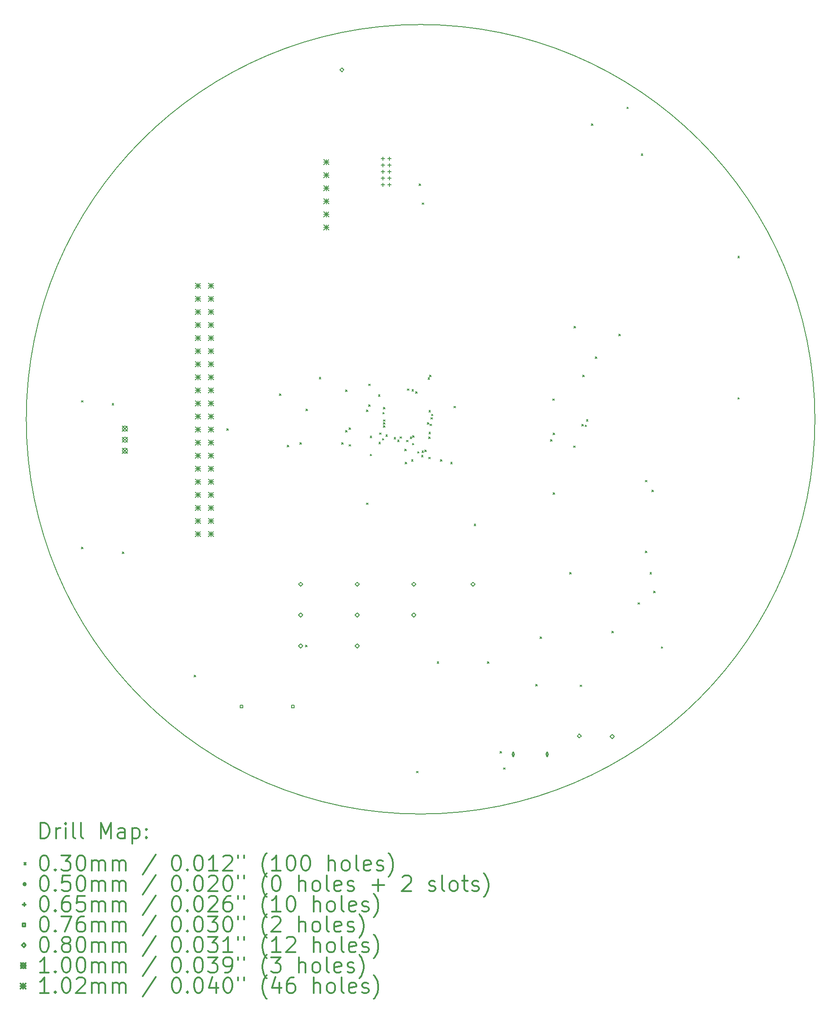
<source format=gbr>
%FSLAX45Y45*%
G04 Gerber Fmt 4.5, Leading zero omitted, Abs format (unit mm)*
G04 Created by KiCad (PCBNEW (2016-12-18 revision 3ffa37c)-master) date Friday, December 30, 2016 'PMt' 10:14:34 PM*
%MOMM*%
%LPD*%
G01*
G04 APERTURE LIST*
%ADD10C,0.127000*%
%ADD11C,0.150000*%
%ADD12C,0.200000*%
%ADD13C,0.300000*%
G04 APERTURE END LIST*
D10*
D11*
X17254734Y-10293200D02*
G75*
G03X17254734Y-10293200I-7672734J0D01*
G01*
D12*
X2981600Y-9929900D02*
X3012100Y-9960400D01*
X3012100Y-9929900D02*
X2981600Y-9960400D01*
X2981600Y-12778190D02*
X3012100Y-12808690D01*
X3012100Y-12778190D02*
X2981600Y-12808690D01*
X3580280Y-9984750D02*
X3610780Y-10015250D01*
X3610780Y-9984750D02*
X3580280Y-10015250D01*
X3779840Y-12871870D02*
X3810340Y-12902370D01*
X3810340Y-12871870D02*
X3779840Y-12902370D01*
X5176760Y-15266590D02*
X5207260Y-15297090D01*
X5207260Y-15266590D02*
X5176760Y-15297090D01*
X5811410Y-10477150D02*
X5841910Y-10507650D01*
X5841910Y-10477150D02*
X5811410Y-10507650D01*
X6834550Y-9798400D02*
X6865050Y-9828900D01*
X6865050Y-9798400D02*
X6834550Y-9828900D01*
X6987440Y-10795620D02*
X7017940Y-10826120D01*
X7017940Y-10795620D02*
X6987440Y-10826120D01*
X7234750Y-10749400D02*
X7265250Y-10779900D01*
X7265250Y-10749400D02*
X7234750Y-10779900D01*
X7344420Y-14684750D02*
X7374920Y-14715250D01*
X7374920Y-14684750D02*
X7344420Y-14715250D01*
X7354000Y-10095950D02*
X7384500Y-10126450D01*
X7384500Y-10095950D02*
X7354000Y-10126450D01*
X7611770Y-9479350D02*
X7642270Y-9509850D01*
X7642270Y-9479350D02*
X7611770Y-9509850D01*
X8045890Y-10745200D02*
X8076390Y-10775700D01*
X8076390Y-10745200D02*
X8045890Y-10775700D01*
X8120990Y-9720340D02*
X8151490Y-9750840D01*
X8151490Y-9720340D02*
X8120990Y-9750840D01*
X8123920Y-10509740D02*
X8154420Y-10540240D01*
X8154420Y-10509740D02*
X8123920Y-10540240D01*
X8191590Y-10459730D02*
X8222090Y-10490230D01*
X8222090Y-10459730D02*
X8191590Y-10490230D01*
X8191590Y-10785660D02*
X8222090Y-10816160D01*
X8222090Y-10785660D02*
X8191590Y-10816160D01*
X8527210Y-10109770D02*
X8557710Y-10140270D01*
X8557710Y-10109770D02*
X8527210Y-10140270D01*
X8527210Y-11919990D02*
X8557710Y-11950490D01*
X8557710Y-11919990D02*
X8527210Y-11950490D01*
X8569280Y-9610040D02*
X8599780Y-9640540D01*
X8599780Y-9610040D02*
X8569280Y-9640540D01*
X8569280Y-10009000D02*
X8599780Y-10039500D01*
X8599780Y-10009000D02*
X8569280Y-10039500D01*
X8601390Y-10622480D02*
X8631890Y-10652980D01*
X8631890Y-10622480D02*
X8601390Y-10652980D01*
X8601390Y-10972270D02*
X8631890Y-11002770D01*
X8631890Y-10972270D02*
X8601390Y-11002770D01*
X8763140Y-9816080D02*
X8793640Y-9846580D01*
X8793640Y-9816080D02*
X8763140Y-9846580D01*
X8768840Y-10737770D02*
X8799340Y-10768270D01*
X8799340Y-10737770D02*
X8768840Y-10768270D01*
X8781580Y-10557240D02*
X8812080Y-10587740D01*
X8812080Y-10557240D02*
X8781580Y-10587740D01*
X8837370Y-10665660D02*
X8867870Y-10696160D01*
X8867870Y-10665660D02*
X8837370Y-10696160D01*
X8845160Y-10159760D02*
X8875660Y-10190260D01*
X8875660Y-10159760D02*
X8845160Y-10190260D01*
X8857650Y-10415590D02*
X8888150Y-10446090D01*
X8888150Y-10415590D02*
X8857650Y-10446090D01*
X8857990Y-10302980D02*
X8888490Y-10333480D01*
X8888490Y-10302980D02*
X8857990Y-10333480D01*
X8858480Y-10359730D02*
X8888980Y-10390230D01*
X8888980Y-10359730D02*
X8858480Y-10390230D01*
X8858810Y-10059760D02*
X8889310Y-10090260D01*
X8889310Y-10059760D02*
X8858810Y-10090260D01*
X8906570Y-10597090D02*
X8937070Y-10627590D01*
X8937070Y-10597090D02*
X8906570Y-10627590D01*
X9066700Y-10646630D02*
X9097200Y-10677130D01*
X9097200Y-10646630D02*
X9066700Y-10677130D01*
X9133670Y-10694540D02*
X9164170Y-10725040D01*
X9164170Y-10694540D02*
X9133670Y-10725040D01*
X9182700Y-10632520D02*
X9213200Y-10663020D01*
X9213200Y-10632520D02*
X9182700Y-10663020D01*
X9274440Y-10872590D02*
X9304940Y-10903090D01*
X9304940Y-10872590D02*
X9274440Y-10903090D01*
X9281410Y-11128970D02*
X9311910Y-11159470D01*
X9311910Y-11128970D02*
X9281410Y-11159470D01*
X9307220Y-10701800D02*
X9337720Y-10732300D01*
X9337720Y-10701800D02*
X9307220Y-10732300D01*
X9325480Y-9700970D02*
X9355980Y-9731470D01*
X9355980Y-9700970D02*
X9325480Y-9731470D01*
X9379540Y-10637320D02*
X9410040Y-10667820D01*
X9410040Y-10637320D02*
X9379540Y-10667820D01*
X9403780Y-11075830D02*
X9434280Y-11106330D01*
X9434280Y-11075830D02*
X9403780Y-11106330D01*
X9412000Y-9712620D02*
X9442500Y-9743120D01*
X9442500Y-9712620D02*
X9412000Y-9743120D01*
X9423600Y-10761190D02*
X9454100Y-10791690D01*
X9454100Y-10761190D02*
X9423600Y-10791690D01*
X9428510Y-10611270D02*
X9459010Y-10641770D01*
X9459010Y-10611270D02*
X9428510Y-10641770D01*
X9484940Y-9754290D02*
X9515440Y-9784790D01*
X9515440Y-9754290D02*
X9484940Y-9784790D01*
X9504750Y-17134750D02*
X9535250Y-17165250D01*
X9535250Y-17134750D02*
X9504750Y-17165250D01*
X9523150Y-10920720D02*
X9553650Y-10951220D01*
X9553650Y-10920720D02*
X9523150Y-10951220D01*
X9554470Y-5715750D02*
X9584970Y-5746250D01*
X9584970Y-5715750D02*
X9554470Y-5746250D01*
X9599570Y-10992940D02*
X9630070Y-11023440D01*
X9630070Y-10992940D02*
X9599570Y-11023440D01*
X9608330Y-10908590D02*
X9638830Y-10939090D01*
X9638830Y-10908590D02*
X9608330Y-10939090D01*
X9611020Y-6086830D02*
X9641520Y-6117330D01*
X9641520Y-6086830D02*
X9611020Y-6117330D01*
X9664930Y-10889640D02*
X9695430Y-10920140D01*
X9695430Y-10889640D02*
X9664930Y-10920140D01*
X9712390Y-10359730D02*
X9742890Y-10390230D01*
X9742890Y-10359730D02*
X9712390Y-10390230D01*
X9725150Y-9484480D02*
X9755650Y-9514980D01*
X9755650Y-9484480D02*
X9725150Y-9514980D01*
X9740950Y-10637220D02*
X9771450Y-10667720D01*
X9771450Y-10637220D02*
X9740950Y-10667720D01*
X9740950Y-11032470D02*
X9771450Y-11062970D01*
X9771450Y-11032470D02*
X9740950Y-11062970D01*
X9742360Y-10544510D02*
X9772860Y-10575010D01*
X9772860Y-10544510D02*
X9742360Y-10575010D01*
X9744350Y-10122030D02*
X9774850Y-10152530D01*
X9774850Y-10122030D02*
X9744350Y-10152530D01*
X9755510Y-9434750D02*
X9786010Y-9465250D01*
X9786010Y-9434750D02*
X9755510Y-9465250D01*
X9762780Y-10387070D02*
X9793280Y-10417570D01*
X9793280Y-10387070D02*
X9762780Y-10417570D01*
X9781130Y-10259730D02*
X9811630Y-10290230D01*
X9811630Y-10259730D02*
X9781130Y-10290230D01*
X9793400Y-10191130D02*
X9823900Y-10221630D01*
X9823900Y-10191130D02*
X9793400Y-10221630D01*
X9904750Y-15004750D02*
X9935250Y-15035250D01*
X9935250Y-15004750D02*
X9904750Y-15035250D01*
X9966200Y-11075830D02*
X9996700Y-11106330D01*
X9996700Y-11075830D02*
X9966200Y-11106330D01*
X10165760Y-11128970D02*
X10196260Y-11159470D01*
X10196260Y-11128970D02*
X10165760Y-11159470D01*
X10232020Y-10039750D02*
X10262520Y-10070250D01*
X10262520Y-10039750D02*
X10232020Y-10070250D01*
X10623810Y-12332120D02*
X10654310Y-12362620D01*
X10654310Y-12332120D02*
X10623810Y-12362620D01*
X10884750Y-15004750D02*
X10915250Y-15035250D01*
X10915250Y-15004750D02*
X10884750Y-15035250D01*
X11128060Y-16752260D02*
X11158560Y-16782760D01*
X11158560Y-16752260D02*
X11128060Y-16782760D01*
X11197400Y-17066900D02*
X11227900Y-17097400D01*
X11227900Y-17066900D02*
X11197400Y-17097400D01*
X11824750Y-15444750D02*
X11855250Y-15475250D01*
X11855250Y-15444750D02*
X11824750Y-15475250D01*
X11904750Y-14524750D02*
X11935250Y-14555250D01*
X11935250Y-14524750D02*
X11904750Y-14555250D01*
X12108220Y-10689750D02*
X12138720Y-10720250D01*
X12138720Y-10689750D02*
X12108220Y-10720250D01*
X12154410Y-9897710D02*
X12184910Y-9928210D01*
X12184910Y-9897710D02*
X12154410Y-9928210D01*
X12161360Y-10559750D02*
X12191860Y-10590250D01*
X12191860Y-10559750D02*
X12161360Y-10590250D01*
X12161360Y-11723270D02*
X12191860Y-11753770D01*
X12191860Y-11723270D02*
X12161360Y-11753770D01*
X12484750Y-13270990D02*
X12515250Y-13301490D01*
X12515250Y-13270990D02*
X12484750Y-13301490D01*
X12560480Y-10811400D02*
X12590980Y-10841900D01*
X12590980Y-10811400D02*
X12560480Y-10841900D01*
X12566660Y-8484750D02*
X12597160Y-8515250D01*
X12597160Y-8484750D02*
X12566660Y-8515250D01*
X12684750Y-15457750D02*
X12715250Y-15488250D01*
X12715250Y-15457750D02*
X12684750Y-15488250D01*
X12717460Y-10394000D02*
X12747960Y-10424500D01*
X12747960Y-10394000D02*
X12717460Y-10424500D01*
X12739120Y-9433620D02*
X12769620Y-9464120D01*
X12769620Y-9433620D02*
X12739120Y-9464120D01*
X12781800Y-10402820D02*
X12812300Y-10433320D01*
X12812300Y-10402820D02*
X12781800Y-10433320D01*
X12808280Y-10299750D02*
X12838780Y-10330250D01*
X12838780Y-10299750D02*
X12808280Y-10330250D01*
X12903540Y-4549940D02*
X12934040Y-4580440D01*
X12934040Y-4549940D02*
X12903540Y-4580440D01*
X12980560Y-9080230D02*
X13011060Y-9110730D01*
X13011060Y-9080230D02*
X12980560Y-9110730D01*
X13303120Y-14412750D02*
X13333620Y-14443250D01*
X13333620Y-14412750D02*
X13303120Y-14443250D01*
X13441920Y-8638150D02*
X13472420Y-8668650D01*
X13472420Y-8638150D02*
X13441920Y-8668650D01*
X13594750Y-4224750D02*
X13625250Y-4255250D01*
X13625250Y-4224750D02*
X13594750Y-4255250D01*
X13810920Y-13859450D02*
X13841420Y-13889950D01*
X13841420Y-13859450D02*
X13810920Y-13889950D01*
X13874750Y-5134750D02*
X13905250Y-5165250D01*
X13905250Y-5134750D02*
X13874750Y-5165250D01*
X13957400Y-11480070D02*
X13987900Y-11510570D01*
X13987900Y-11480070D02*
X13957400Y-11510570D01*
X13957400Y-12855170D02*
X13987900Y-12885670D01*
X13987900Y-12855170D02*
X13957400Y-12885670D01*
X14044280Y-13270990D02*
X14074780Y-13301490D01*
X14074780Y-13270990D02*
X14044280Y-13301490D01*
X14084950Y-11670590D02*
X14115450Y-11701090D01*
X14115450Y-11670590D02*
X14084950Y-11701090D01*
X14119220Y-13635290D02*
X14149720Y-13665790D01*
X14149720Y-13635290D02*
X14119220Y-13665790D01*
X14264280Y-14715220D02*
X14294780Y-14745720D01*
X14294780Y-14715220D02*
X14264280Y-14745720D01*
X15753440Y-7122400D02*
X15783940Y-7152900D01*
X15783940Y-7122400D02*
X15753440Y-7152900D01*
X15753440Y-9870910D02*
X15783940Y-9901410D01*
X15783940Y-9870910D02*
X15753440Y-9901410D01*
X11409900Y-16805500D02*
G75*
G03X11409900Y-16805500I-25000J0D01*
G01*
X11369900Y-16770500D02*
X11369900Y-16840500D01*
X11399900Y-16770500D02*
X11399900Y-16840500D01*
X11369900Y-16840500D02*
G75*
G03X11399900Y-16840500I15000J0D01*
G01*
X11399900Y-16770500D02*
G75*
G03X11369900Y-16770500I-15000J0D01*
G01*
X12069900Y-16805500D02*
G75*
G03X12069900Y-16805500I-25000J0D01*
G01*
X12029900Y-16770500D02*
X12029900Y-16840500D01*
X12059900Y-16770500D02*
X12059900Y-16840500D01*
X12029900Y-16840500D02*
G75*
G03X12059900Y-16840500I15000J0D01*
G01*
X12059900Y-16770500D02*
G75*
G03X12029900Y-16770500I-15000J0D01*
G01*
X8850000Y-5190500D02*
X8850000Y-5255500D01*
X8817500Y-5223000D02*
X8882500Y-5223000D01*
X8850000Y-5317500D02*
X8850000Y-5382500D01*
X8817500Y-5350000D02*
X8882500Y-5350000D01*
X8850000Y-5444500D02*
X8850000Y-5509500D01*
X8817500Y-5477000D02*
X8882500Y-5477000D01*
X8850000Y-5571500D02*
X8850000Y-5636500D01*
X8817500Y-5604000D02*
X8882500Y-5604000D01*
X8850000Y-5698500D02*
X8850000Y-5763500D01*
X8817500Y-5731000D02*
X8882500Y-5731000D01*
X8977000Y-5190500D02*
X8977000Y-5255500D01*
X8944500Y-5223000D02*
X9009500Y-5223000D01*
X8977000Y-5317500D02*
X8977000Y-5382500D01*
X8944500Y-5350000D02*
X9009500Y-5350000D01*
X8977000Y-5444500D02*
X8977000Y-5509500D01*
X8944500Y-5477000D02*
X9009500Y-5477000D01*
X8977000Y-5571500D02*
X8977000Y-5636500D01*
X8944500Y-5604000D02*
X9009500Y-5604000D01*
X8977000Y-5698500D02*
X8977000Y-5763500D01*
X8944500Y-5731000D02*
X9009500Y-5731000D01*
X6122941Y-15901941D02*
X6122941Y-15848059D01*
X6069059Y-15848059D01*
X6069059Y-15901941D01*
X6122941Y-15901941D01*
X7122941Y-15901941D02*
X7122941Y-15848059D01*
X7069059Y-15848059D01*
X7069059Y-15901941D01*
X7122941Y-15901941D01*
X7250000Y-13540000D02*
X7290000Y-13500000D01*
X7250000Y-13460000D01*
X7210000Y-13500000D01*
X7250000Y-13540000D01*
X7250000Y-14140000D02*
X7290000Y-14100000D01*
X7250000Y-14060000D01*
X7210000Y-14100000D01*
X7250000Y-14140000D01*
X7250000Y-14740000D02*
X7290000Y-14700000D01*
X7250000Y-14660000D01*
X7210000Y-14700000D01*
X7250000Y-14740000D01*
X8050000Y-3540000D02*
X8090000Y-3500000D01*
X8050000Y-3460000D01*
X8010000Y-3500000D01*
X8050000Y-3540000D01*
X8350000Y-13540000D02*
X8390000Y-13500000D01*
X8350000Y-13460000D01*
X8310000Y-13500000D01*
X8350000Y-13540000D01*
X8350000Y-14140000D02*
X8390000Y-14100000D01*
X8350000Y-14060000D01*
X8310000Y-14100000D01*
X8350000Y-14140000D01*
X8350000Y-14740000D02*
X8390000Y-14700000D01*
X8350000Y-14660000D01*
X8310000Y-14700000D01*
X8350000Y-14740000D01*
X9450000Y-13540000D02*
X9490000Y-13500000D01*
X9450000Y-13460000D01*
X9410000Y-13500000D01*
X9450000Y-13540000D01*
X9450000Y-14140000D02*
X9490000Y-14100000D01*
X9450000Y-14060000D01*
X9410000Y-14100000D01*
X9450000Y-14140000D01*
X10600000Y-13540000D02*
X10640000Y-13500000D01*
X10600000Y-13460000D01*
X10560000Y-13500000D01*
X10600000Y-13540000D01*
X12670000Y-16490000D02*
X12710000Y-16450000D01*
X12670000Y-16410000D01*
X12630000Y-16450000D01*
X12670000Y-16490000D01*
X13310000Y-16500000D02*
X13350000Y-16460000D01*
X13310000Y-16420000D01*
X13270000Y-16460000D01*
X13310000Y-16500000D01*
X3780000Y-10425000D02*
X3880000Y-10525000D01*
X3880000Y-10425000D02*
X3780000Y-10525000D01*
X3880000Y-10475000D02*
G75*
G03X3880000Y-10475000I-50000J0D01*
G01*
X3780000Y-10640000D02*
X3880000Y-10740000D01*
X3880000Y-10640000D02*
X3780000Y-10740000D01*
X3880000Y-10690000D02*
G75*
G03X3880000Y-10690000I-50000J0D01*
G01*
X3780000Y-10855000D02*
X3880000Y-10955000D01*
X3880000Y-10855000D02*
X3780000Y-10955000D01*
X3880000Y-10905000D02*
G75*
G03X3880000Y-10905000I-50000J0D01*
G01*
X5199200Y-7643200D02*
X5300800Y-7744800D01*
X5300800Y-7643200D02*
X5199200Y-7744800D01*
X5250000Y-7643200D02*
X5250000Y-7744800D01*
X5199200Y-7694000D02*
X5300800Y-7694000D01*
X5199200Y-7897200D02*
X5300800Y-7998800D01*
X5300800Y-7897200D02*
X5199200Y-7998800D01*
X5250000Y-7897200D02*
X5250000Y-7998800D01*
X5199200Y-7948000D02*
X5300800Y-7948000D01*
X5199200Y-8151200D02*
X5300800Y-8252800D01*
X5300800Y-8151200D02*
X5199200Y-8252800D01*
X5250000Y-8151200D02*
X5250000Y-8252800D01*
X5199200Y-8202000D02*
X5300800Y-8202000D01*
X5199200Y-8405200D02*
X5300800Y-8506800D01*
X5300800Y-8405200D02*
X5199200Y-8506800D01*
X5250000Y-8405200D02*
X5250000Y-8506800D01*
X5199200Y-8456000D02*
X5300800Y-8456000D01*
X5199200Y-8659200D02*
X5300800Y-8760800D01*
X5300800Y-8659200D02*
X5199200Y-8760800D01*
X5250000Y-8659200D02*
X5250000Y-8760800D01*
X5199200Y-8710000D02*
X5300800Y-8710000D01*
X5199200Y-8913200D02*
X5300800Y-9014800D01*
X5300800Y-8913200D02*
X5199200Y-9014800D01*
X5250000Y-8913200D02*
X5250000Y-9014800D01*
X5199200Y-8964000D02*
X5300800Y-8964000D01*
X5199200Y-9167200D02*
X5300800Y-9268800D01*
X5300800Y-9167200D02*
X5199200Y-9268800D01*
X5250000Y-9167200D02*
X5250000Y-9268800D01*
X5199200Y-9218000D02*
X5300800Y-9218000D01*
X5199200Y-9421200D02*
X5300800Y-9522800D01*
X5300800Y-9421200D02*
X5199200Y-9522800D01*
X5250000Y-9421200D02*
X5250000Y-9522800D01*
X5199200Y-9472000D02*
X5300800Y-9472000D01*
X5199200Y-9675200D02*
X5300800Y-9776800D01*
X5300800Y-9675200D02*
X5199200Y-9776800D01*
X5250000Y-9675200D02*
X5250000Y-9776800D01*
X5199200Y-9726000D02*
X5300800Y-9726000D01*
X5199200Y-9929200D02*
X5300800Y-10030800D01*
X5300800Y-9929200D02*
X5199200Y-10030800D01*
X5250000Y-9929200D02*
X5250000Y-10030800D01*
X5199200Y-9980000D02*
X5300800Y-9980000D01*
X5199200Y-10183200D02*
X5300800Y-10284800D01*
X5300800Y-10183200D02*
X5199200Y-10284800D01*
X5250000Y-10183200D02*
X5250000Y-10284800D01*
X5199200Y-10234000D02*
X5300800Y-10234000D01*
X5199200Y-10437200D02*
X5300800Y-10538800D01*
X5300800Y-10437200D02*
X5199200Y-10538800D01*
X5250000Y-10437200D02*
X5250000Y-10538800D01*
X5199200Y-10488000D02*
X5300800Y-10488000D01*
X5199200Y-10691200D02*
X5300800Y-10792800D01*
X5300800Y-10691200D02*
X5199200Y-10792800D01*
X5250000Y-10691200D02*
X5250000Y-10792800D01*
X5199200Y-10742000D02*
X5300800Y-10742000D01*
X5199200Y-10945200D02*
X5300800Y-11046800D01*
X5300800Y-10945200D02*
X5199200Y-11046800D01*
X5250000Y-10945200D02*
X5250000Y-11046800D01*
X5199200Y-10996000D02*
X5300800Y-10996000D01*
X5199200Y-11199200D02*
X5300800Y-11300800D01*
X5300800Y-11199200D02*
X5199200Y-11300800D01*
X5250000Y-11199200D02*
X5250000Y-11300800D01*
X5199200Y-11250000D02*
X5300800Y-11250000D01*
X5199200Y-11453200D02*
X5300800Y-11554800D01*
X5300800Y-11453200D02*
X5199200Y-11554800D01*
X5250000Y-11453200D02*
X5250000Y-11554800D01*
X5199200Y-11504000D02*
X5300800Y-11504000D01*
X5199200Y-11707200D02*
X5300800Y-11808800D01*
X5300800Y-11707200D02*
X5199200Y-11808800D01*
X5250000Y-11707200D02*
X5250000Y-11808800D01*
X5199200Y-11758000D02*
X5300800Y-11758000D01*
X5199200Y-11961200D02*
X5300800Y-12062800D01*
X5300800Y-11961200D02*
X5199200Y-12062800D01*
X5250000Y-11961200D02*
X5250000Y-12062800D01*
X5199200Y-12012000D02*
X5300800Y-12012000D01*
X5199200Y-12215200D02*
X5300800Y-12316800D01*
X5300800Y-12215200D02*
X5199200Y-12316800D01*
X5250000Y-12215200D02*
X5250000Y-12316800D01*
X5199200Y-12266000D02*
X5300800Y-12266000D01*
X5199200Y-12469200D02*
X5300800Y-12570800D01*
X5300800Y-12469200D02*
X5199200Y-12570800D01*
X5250000Y-12469200D02*
X5250000Y-12570800D01*
X5199200Y-12520000D02*
X5300800Y-12520000D01*
X5453200Y-7643200D02*
X5554800Y-7744800D01*
X5554800Y-7643200D02*
X5453200Y-7744800D01*
X5504000Y-7643200D02*
X5504000Y-7744800D01*
X5453200Y-7694000D02*
X5554800Y-7694000D01*
X5453200Y-7897200D02*
X5554800Y-7998800D01*
X5554800Y-7897200D02*
X5453200Y-7998800D01*
X5504000Y-7897200D02*
X5504000Y-7998800D01*
X5453200Y-7948000D02*
X5554800Y-7948000D01*
X5453200Y-8151200D02*
X5554800Y-8252800D01*
X5554800Y-8151200D02*
X5453200Y-8252800D01*
X5504000Y-8151200D02*
X5504000Y-8252800D01*
X5453200Y-8202000D02*
X5554800Y-8202000D01*
X5453200Y-8405200D02*
X5554800Y-8506800D01*
X5554800Y-8405200D02*
X5453200Y-8506800D01*
X5504000Y-8405200D02*
X5504000Y-8506800D01*
X5453200Y-8456000D02*
X5554800Y-8456000D01*
X5453200Y-8659200D02*
X5554800Y-8760800D01*
X5554800Y-8659200D02*
X5453200Y-8760800D01*
X5504000Y-8659200D02*
X5504000Y-8760800D01*
X5453200Y-8710000D02*
X5554800Y-8710000D01*
X5453200Y-8913200D02*
X5554800Y-9014800D01*
X5554800Y-8913200D02*
X5453200Y-9014800D01*
X5504000Y-8913200D02*
X5504000Y-9014800D01*
X5453200Y-8964000D02*
X5554800Y-8964000D01*
X5453200Y-9167200D02*
X5554800Y-9268800D01*
X5554800Y-9167200D02*
X5453200Y-9268800D01*
X5504000Y-9167200D02*
X5504000Y-9268800D01*
X5453200Y-9218000D02*
X5554800Y-9218000D01*
X5453200Y-9421200D02*
X5554800Y-9522800D01*
X5554800Y-9421200D02*
X5453200Y-9522800D01*
X5504000Y-9421200D02*
X5504000Y-9522800D01*
X5453200Y-9472000D02*
X5554800Y-9472000D01*
X5453200Y-9675200D02*
X5554800Y-9776800D01*
X5554800Y-9675200D02*
X5453200Y-9776800D01*
X5504000Y-9675200D02*
X5504000Y-9776800D01*
X5453200Y-9726000D02*
X5554800Y-9726000D01*
X5453200Y-9929200D02*
X5554800Y-10030800D01*
X5554800Y-9929200D02*
X5453200Y-10030800D01*
X5504000Y-9929200D02*
X5504000Y-10030800D01*
X5453200Y-9980000D02*
X5554800Y-9980000D01*
X5453200Y-10183200D02*
X5554800Y-10284800D01*
X5554800Y-10183200D02*
X5453200Y-10284800D01*
X5504000Y-10183200D02*
X5504000Y-10284800D01*
X5453200Y-10234000D02*
X5554800Y-10234000D01*
X5453200Y-10437200D02*
X5554800Y-10538800D01*
X5554800Y-10437200D02*
X5453200Y-10538800D01*
X5504000Y-10437200D02*
X5504000Y-10538800D01*
X5453200Y-10488000D02*
X5554800Y-10488000D01*
X5453200Y-10691200D02*
X5554800Y-10792800D01*
X5554800Y-10691200D02*
X5453200Y-10792800D01*
X5504000Y-10691200D02*
X5504000Y-10792800D01*
X5453200Y-10742000D02*
X5554800Y-10742000D01*
X5453200Y-10945200D02*
X5554800Y-11046800D01*
X5554800Y-10945200D02*
X5453200Y-11046800D01*
X5504000Y-10945200D02*
X5504000Y-11046800D01*
X5453200Y-10996000D02*
X5554800Y-10996000D01*
X5453200Y-11199200D02*
X5554800Y-11300800D01*
X5554800Y-11199200D02*
X5453200Y-11300800D01*
X5504000Y-11199200D02*
X5504000Y-11300800D01*
X5453200Y-11250000D02*
X5554800Y-11250000D01*
X5453200Y-11453200D02*
X5554800Y-11554800D01*
X5554800Y-11453200D02*
X5453200Y-11554800D01*
X5504000Y-11453200D02*
X5504000Y-11554800D01*
X5453200Y-11504000D02*
X5554800Y-11504000D01*
X5453200Y-11707200D02*
X5554800Y-11808800D01*
X5554800Y-11707200D02*
X5453200Y-11808800D01*
X5504000Y-11707200D02*
X5504000Y-11808800D01*
X5453200Y-11758000D02*
X5554800Y-11758000D01*
X5453200Y-11961200D02*
X5554800Y-12062800D01*
X5554800Y-11961200D02*
X5453200Y-12062800D01*
X5504000Y-11961200D02*
X5504000Y-12062800D01*
X5453200Y-12012000D02*
X5554800Y-12012000D01*
X5453200Y-12215200D02*
X5554800Y-12316800D01*
X5554800Y-12215200D02*
X5453200Y-12316800D01*
X5504000Y-12215200D02*
X5504000Y-12316800D01*
X5453200Y-12266000D02*
X5554800Y-12266000D01*
X5453200Y-12469200D02*
X5554800Y-12570800D01*
X5554800Y-12469200D02*
X5453200Y-12570800D01*
X5504000Y-12469200D02*
X5504000Y-12570800D01*
X5453200Y-12520000D02*
X5554800Y-12520000D01*
X7699200Y-5241200D02*
X7800800Y-5342800D01*
X7800800Y-5241200D02*
X7699200Y-5342800D01*
X7750000Y-5241200D02*
X7750000Y-5342800D01*
X7699200Y-5292000D02*
X7800800Y-5292000D01*
X7699200Y-5495200D02*
X7800800Y-5596800D01*
X7800800Y-5495200D02*
X7699200Y-5596800D01*
X7750000Y-5495200D02*
X7750000Y-5596800D01*
X7699200Y-5546000D02*
X7800800Y-5546000D01*
X7699200Y-5749200D02*
X7800800Y-5850800D01*
X7800800Y-5749200D02*
X7699200Y-5850800D01*
X7750000Y-5749200D02*
X7750000Y-5850800D01*
X7699200Y-5800000D02*
X7800800Y-5800000D01*
X7699200Y-6003200D02*
X7800800Y-6104800D01*
X7800800Y-6003200D02*
X7699200Y-6104800D01*
X7750000Y-6003200D02*
X7750000Y-6104800D01*
X7699200Y-6054000D02*
X7800800Y-6054000D01*
X7699200Y-6257200D02*
X7800800Y-6358800D01*
X7800800Y-6257200D02*
X7699200Y-6358800D01*
X7750000Y-6257200D02*
X7750000Y-6358800D01*
X7699200Y-6308000D02*
X7800800Y-6308000D01*
X7699200Y-6511200D02*
X7800800Y-6612800D01*
X7800800Y-6511200D02*
X7699200Y-6612800D01*
X7750000Y-6511200D02*
X7750000Y-6612800D01*
X7699200Y-6562000D02*
X7800800Y-6562000D01*
D13*
X2188194Y-18439149D02*
X2188194Y-18139149D01*
X2259623Y-18139149D01*
X2302480Y-18153434D01*
X2331051Y-18182006D01*
X2345337Y-18210577D01*
X2359623Y-18267720D01*
X2359623Y-18310577D01*
X2345337Y-18367720D01*
X2331051Y-18396291D01*
X2302480Y-18424863D01*
X2259623Y-18439149D01*
X2188194Y-18439149D01*
X2488194Y-18439149D02*
X2488194Y-18239149D01*
X2488194Y-18296291D02*
X2502480Y-18267720D01*
X2516766Y-18253434D01*
X2545337Y-18239149D01*
X2573909Y-18239149D01*
X2673909Y-18439149D02*
X2673909Y-18239149D01*
X2673909Y-18139149D02*
X2659623Y-18153434D01*
X2673909Y-18167720D01*
X2688194Y-18153434D01*
X2673909Y-18139149D01*
X2673909Y-18167720D01*
X2859623Y-18439149D02*
X2831051Y-18424863D01*
X2816766Y-18396291D01*
X2816766Y-18139149D01*
X3016766Y-18439149D02*
X2988194Y-18424863D01*
X2973908Y-18396291D01*
X2973908Y-18139149D01*
X3359623Y-18439149D02*
X3359623Y-18139149D01*
X3459623Y-18353434D01*
X3559623Y-18139149D01*
X3559623Y-18439149D01*
X3831051Y-18439149D02*
X3831051Y-18282006D01*
X3816766Y-18253434D01*
X3788194Y-18239149D01*
X3731051Y-18239149D01*
X3702480Y-18253434D01*
X3831051Y-18424863D02*
X3802480Y-18439149D01*
X3731051Y-18439149D01*
X3702480Y-18424863D01*
X3688194Y-18396291D01*
X3688194Y-18367720D01*
X3702480Y-18339149D01*
X3731051Y-18324863D01*
X3802480Y-18324863D01*
X3831051Y-18310577D01*
X3973908Y-18239149D02*
X3973908Y-18539149D01*
X3973908Y-18253434D02*
X4002480Y-18239149D01*
X4059623Y-18239149D01*
X4088194Y-18253434D01*
X4102480Y-18267720D01*
X4116766Y-18296291D01*
X4116766Y-18382006D01*
X4102480Y-18410577D01*
X4088194Y-18424863D01*
X4059623Y-18439149D01*
X4002480Y-18439149D01*
X3973908Y-18424863D01*
X4245337Y-18410577D02*
X4259623Y-18424863D01*
X4245337Y-18439149D01*
X4231051Y-18424863D01*
X4245337Y-18410577D01*
X4245337Y-18439149D01*
X4245337Y-18253434D02*
X4259623Y-18267720D01*
X4245337Y-18282006D01*
X4231051Y-18267720D01*
X4245337Y-18253434D01*
X4245337Y-18282006D01*
X1871266Y-18918184D02*
X1901766Y-18948684D01*
X1901766Y-18918184D02*
X1871266Y-18948684D01*
X2245337Y-18769149D02*
X2273909Y-18769149D01*
X2302480Y-18783434D01*
X2316766Y-18797720D01*
X2331051Y-18826291D01*
X2345337Y-18883434D01*
X2345337Y-18954863D01*
X2331051Y-19012006D01*
X2316766Y-19040577D01*
X2302480Y-19054863D01*
X2273909Y-19069149D01*
X2245337Y-19069149D01*
X2216766Y-19054863D01*
X2202480Y-19040577D01*
X2188194Y-19012006D01*
X2173909Y-18954863D01*
X2173909Y-18883434D01*
X2188194Y-18826291D01*
X2202480Y-18797720D01*
X2216766Y-18783434D01*
X2245337Y-18769149D01*
X2473909Y-19040577D02*
X2488194Y-19054863D01*
X2473909Y-19069149D01*
X2459623Y-19054863D01*
X2473909Y-19040577D01*
X2473909Y-19069149D01*
X2588194Y-18769149D02*
X2773909Y-18769149D01*
X2673909Y-18883434D01*
X2716766Y-18883434D01*
X2745337Y-18897720D01*
X2759623Y-18912006D01*
X2773909Y-18940577D01*
X2773909Y-19012006D01*
X2759623Y-19040577D01*
X2745337Y-19054863D01*
X2716766Y-19069149D01*
X2631051Y-19069149D01*
X2602480Y-19054863D01*
X2588194Y-19040577D01*
X2959623Y-18769149D02*
X2988194Y-18769149D01*
X3016766Y-18783434D01*
X3031051Y-18797720D01*
X3045337Y-18826291D01*
X3059623Y-18883434D01*
X3059623Y-18954863D01*
X3045337Y-19012006D01*
X3031051Y-19040577D01*
X3016766Y-19054863D01*
X2988194Y-19069149D01*
X2959623Y-19069149D01*
X2931051Y-19054863D01*
X2916766Y-19040577D01*
X2902480Y-19012006D01*
X2888194Y-18954863D01*
X2888194Y-18883434D01*
X2902480Y-18826291D01*
X2916766Y-18797720D01*
X2931051Y-18783434D01*
X2959623Y-18769149D01*
X3188194Y-19069149D02*
X3188194Y-18869149D01*
X3188194Y-18897720D02*
X3202480Y-18883434D01*
X3231051Y-18869149D01*
X3273908Y-18869149D01*
X3302480Y-18883434D01*
X3316766Y-18912006D01*
X3316766Y-19069149D01*
X3316766Y-18912006D02*
X3331051Y-18883434D01*
X3359623Y-18869149D01*
X3402480Y-18869149D01*
X3431051Y-18883434D01*
X3445337Y-18912006D01*
X3445337Y-19069149D01*
X3588194Y-19069149D02*
X3588194Y-18869149D01*
X3588194Y-18897720D02*
X3602480Y-18883434D01*
X3631051Y-18869149D01*
X3673908Y-18869149D01*
X3702480Y-18883434D01*
X3716766Y-18912006D01*
X3716766Y-19069149D01*
X3716766Y-18912006D02*
X3731051Y-18883434D01*
X3759623Y-18869149D01*
X3802480Y-18869149D01*
X3831051Y-18883434D01*
X3845337Y-18912006D01*
X3845337Y-19069149D01*
X4431051Y-18754863D02*
X4173908Y-19140577D01*
X4816766Y-18769149D02*
X4845337Y-18769149D01*
X4873909Y-18783434D01*
X4888194Y-18797720D01*
X4902480Y-18826291D01*
X4916766Y-18883434D01*
X4916766Y-18954863D01*
X4902480Y-19012006D01*
X4888194Y-19040577D01*
X4873909Y-19054863D01*
X4845337Y-19069149D01*
X4816766Y-19069149D01*
X4788194Y-19054863D01*
X4773909Y-19040577D01*
X4759623Y-19012006D01*
X4745337Y-18954863D01*
X4745337Y-18883434D01*
X4759623Y-18826291D01*
X4773909Y-18797720D01*
X4788194Y-18783434D01*
X4816766Y-18769149D01*
X5045337Y-19040577D02*
X5059623Y-19054863D01*
X5045337Y-19069149D01*
X5031051Y-19054863D01*
X5045337Y-19040577D01*
X5045337Y-19069149D01*
X5245337Y-18769149D02*
X5273909Y-18769149D01*
X5302480Y-18783434D01*
X5316766Y-18797720D01*
X5331051Y-18826291D01*
X5345337Y-18883434D01*
X5345337Y-18954863D01*
X5331051Y-19012006D01*
X5316766Y-19040577D01*
X5302480Y-19054863D01*
X5273909Y-19069149D01*
X5245337Y-19069149D01*
X5216766Y-19054863D01*
X5202480Y-19040577D01*
X5188194Y-19012006D01*
X5173909Y-18954863D01*
X5173909Y-18883434D01*
X5188194Y-18826291D01*
X5202480Y-18797720D01*
X5216766Y-18783434D01*
X5245337Y-18769149D01*
X5631051Y-19069149D02*
X5459623Y-19069149D01*
X5545337Y-19069149D02*
X5545337Y-18769149D01*
X5516766Y-18812006D01*
X5488194Y-18840577D01*
X5459623Y-18854863D01*
X5745337Y-18797720D02*
X5759623Y-18783434D01*
X5788194Y-18769149D01*
X5859623Y-18769149D01*
X5888194Y-18783434D01*
X5902480Y-18797720D01*
X5916766Y-18826291D01*
X5916766Y-18854863D01*
X5902480Y-18897720D01*
X5731051Y-19069149D01*
X5916766Y-19069149D01*
X6031051Y-18769149D02*
X6031051Y-18826291D01*
X6145337Y-18769149D02*
X6145337Y-18826291D01*
X6588194Y-19183434D02*
X6573908Y-19169149D01*
X6545337Y-19126291D01*
X6531051Y-19097720D01*
X6516766Y-19054863D01*
X6502480Y-18983434D01*
X6502480Y-18926291D01*
X6516766Y-18854863D01*
X6531051Y-18812006D01*
X6545337Y-18783434D01*
X6573908Y-18740577D01*
X6588194Y-18726291D01*
X6859623Y-19069149D02*
X6688194Y-19069149D01*
X6773908Y-19069149D02*
X6773908Y-18769149D01*
X6745337Y-18812006D01*
X6716766Y-18840577D01*
X6688194Y-18854863D01*
X7045337Y-18769149D02*
X7073908Y-18769149D01*
X7102480Y-18783434D01*
X7116766Y-18797720D01*
X7131051Y-18826291D01*
X7145337Y-18883434D01*
X7145337Y-18954863D01*
X7131051Y-19012006D01*
X7116766Y-19040577D01*
X7102480Y-19054863D01*
X7073908Y-19069149D01*
X7045337Y-19069149D01*
X7016766Y-19054863D01*
X7002480Y-19040577D01*
X6988194Y-19012006D01*
X6973908Y-18954863D01*
X6973908Y-18883434D01*
X6988194Y-18826291D01*
X7002480Y-18797720D01*
X7016766Y-18783434D01*
X7045337Y-18769149D01*
X7331051Y-18769149D02*
X7359623Y-18769149D01*
X7388194Y-18783434D01*
X7402480Y-18797720D01*
X7416766Y-18826291D01*
X7431051Y-18883434D01*
X7431051Y-18954863D01*
X7416766Y-19012006D01*
X7402480Y-19040577D01*
X7388194Y-19054863D01*
X7359623Y-19069149D01*
X7331051Y-19069149D01*
X7302480Y-19054863D01*
X7288194Y-19040577D01*
X7273908Y-19012006D01*
X7259623Y-18954863D01*
X7259623Y-18883434D01*
X7273908Y-18826291D01*
X7288194Y-18797720D01*
X7302480Y-18783434D01*
X7331051Y-18769149D01*
X7788194Y-19069149D02*
X7788194Y-18769149D01*
X7916766Y-19069149D02*
X7916766Y-18912006D01*
X7902480Y-18883434D01*
X7873908Y-18869149D01*
X7831051Y-18869149D01*
X7802480Y-18883434D01*
X7788194Y-18897720D01*
X8102480Y-19069149D02*
X8073908Y-19054863D01*
X8059623Y-19040577D01*
X8045337Y-19012006D01*
X8045337Y-18926291D01*
X8059623Y-18897720D01*
X8073908Y-18883434D01*
X8102480Y-18869149D01*
X8145337Y-18869149D01*
X8173908Y-18883434D01*
X8188194Y-18897720D01*
X8202480Y-18926291D01*
X8202480Y-19012006D01*
X8188194Y-19040577D01*
X8173908Y-19054863D01*
X8145337Y-19069149D01*
X8102480Y-19069149D01*
X8373908Y-19069149D02*
X8345337Y-19054863D01*
X8331051Y-19026291D01*
X8331051Y-18769149D01*
X8602480Y-19054863D02*
X8573909Y-19069149D01*
X8516766Y-19069149D01*
X8488194Y-19054863D01*
X8473909Y-19026291D01*
X8473909Y-18912006D01*
X8488194Y-18883434D01*
X8516766Y-18869149D01*
X8573909Y-18869149D01*
X8602480Y-18883434D01*
X8616766Y-18912006D01*
X8616766Y-18940577D01*
X8473909Y-18969149D01*
X8731051Y-19054863D02*
X8759623Y-19069149D01*
X8816766Y-19069149D01*
X8845337Y-19054863D01*
X8859623Y-19026291D01*
X8859623Y-19012006D01*
X8845337Y-18983434D01*
X8816766Y-18969149D01*
X8773909Y-18969149D01*
X8745337Y-18954863D01*
X8731051Y-18926291D01*
X8731051Y-18912006D01*
X8745337Y-18883434D01*
X8773909Y-18869149D01*
X8816766Y-18869149D01*
X8845337Y-18883434D01*
X8959623Y-19183434D02*
X8973909Y-19169149D01*
X9002480Y-19126291D01*
X9016766Y-19097720D01*
X9031051Y-19054863D01*
X9045337Y-18983434D01*
X9045337Y-18926291D01*
X9031051Y-18854863D01*
X9016766Y-18812006D01*
X9002480Y-18783434D01*
X8973909Y-18740577D01*
X8959623Y-18726291D01*
X1901766Y-19329434D02*
G75*
G03X1901766Y-19329434I-25000J0D01*
G01*
X2245337Y-19165149D02*
X2273909Y-19165149D01*
X2302480Y-19179434D01*
X2316766Y-19193720D01*
X2331051Y-19222291D01*
X2345337Y-19279434D01*
X2345337Y-19350863D01*
X2331051Y-19408006D01*
X2316766Y-19436577D01*
X2302480Y-19450863D01*
X2273909Y-19465149D01*
X2245337Y-19465149D01*
X2216766Y-19450863D01*
X2202480Y-19436577D01*
X2188194Y-19408006D01*
X2173909Y-19350863D01*
X2173909Y-19279434D01*
X2188194Y-19222291D01*
X2202480Y-19193720D01*
X2216766Y-19179434D01*
X2245337Y-19165149D01*
X2473909Y-19436577D02*
X2488194Y-19450863D01*
X2473909Y-19465149D01*
X2459623Y-19450863D01*
X2473909Y-19436577D01*
X2473909Y-19465149D01*
X2759623Y-19165149D02*
X2616766Y-19165149D01*
X2602480Y-19308006D01*
X2616766Y-19293720D01*
X2645337Y-19279434D01*
X2716766Y-19279434D01*
X2745337Y-19293720D01*
X2759623Y-19308006D01*
X2773909Y-19336577D01*
X2773909Y-19408006D01*
X2759623Y-19436577D01*
X2745337Y-19450863D01*
X2716766Y-19465149D01*
X2645337Y-19465149D01*
X2616766Y-19450863D01*
X2602480Y-19436577D01*
X2959623Y-19165149D02*
X2988194Y-19165149D01*
X3016766Y-19179434D01*
X3031051Y-19193720D01*
X3045337Y-19222291D01*
X3059623Y-19279434D01*
X3059623Y-19350863D01*
X3045337Y-19408006D01*
X3031051Y-19436577D01*
X3016766Y-19450863D01*
X2988194Y-19465149D01*
X2959623Y-19465149D01*
X2931051Y-19450863D01*
X2916766Y-19436577D01*
X2902480Y-19408006D01*
X2888194Y-19350863D01*
X2888194Y-19279434D01*
X2902480Y-19222291D01*
X2916766Y-19193720D01*
X2931051Y-19179434D01*
X2959623Y-19165149D01*
X3188194Y-19465149D02*
X3188194Y-19265149D01*
X3188194Y-19293720D02*
X3202480Y-19279434D01*
X3231051Y-19265149D01*
X3273908Y-19265149D01*
X3302480Y-19279434D01*
X3316766Y-19308006D01*
X3316766Y-19465149D01*
X3316766Y-19308006D02*
X3331051Y-19279434D01*
X3359623Y-19265149D01*
X3402480Y-19265149D01*
X3431051Y-19279434D01*
X3445337Y-19308006D01*
X3445337Y-19465149D01*
X3588194Y-19465149D02*
X3588194Y-19265149D01*
X3588194Y-19293720D02*
X3602480Y-19279434D01*
X3631051Y-19265149D01*
X3673908Y-19265149D01*
X3702480Y-19279434D01*
X3716766Y-19308006D01*
X3716766Y-19465149D01*
X3716766Y-19308006D02*
X3731051Y-19279434D01*
X3759623Y-19265149D01*
X3802480Y-19265149D01*
X3831051Y-19279434D01*
X3845337Y-19308006D01*
X3845337Y-19465149D01*
X4431051Y-19150863D02*
X4173908Y-19536577D01*
X4816766Y-19165149D02*
X4845337Y-19165149D01*
X4873909Y-19179434D01*
X4888194Y-19193720D01*
X4902480Y-19222291D01*
X4916766Y-19279434D01*
X4916766Y-19350863D01*
X4902480Y-19408006D01*
X4888194Y-19436577D01*
X4873909Y-19450863D01*
X4845337Y-19465149D01*
X4816766Y-19465149D01*
X4788194Y-19450863D01*
X4773909Y-19436577D01*
X4759623Y-19408006D01*
X4745337Y-19350863D01*
X4745337Y-19279434D01*
X4759623Y-19222291D01*
X4773909Y-19193720D01*
X4788194Y-19179434D01*
X4816766Y-19165149D01*
X5045337Y-19436577D02*
X5059623Y-19450863D01*
X5045337Y-19465149D01*
X5031051Y-19450863D01*
X5045337Y-19436577D01*
X5045337Y-19465149D01*
X5245337Y-19165149D02*
X5273909Y-19165149D01*
X5302480Y-19179434D01*
X5316766Y-19193720D01*
X5331051Y-19222291D01*
X5345337Y-19279434D01*
X5345337Y-19350863D01*
X5331051Y-19408006D01*
X5316766Y-19436577D01*
X5302480Y-19450863D01*
X5273909Y-19465149D01*
X5245337Y-19465149D01*
X5216766Y-19450863D01*
X5202480Y-19436577D01*
X5188194Y-19408006D01*
X5173909Y-19350863D01*
X5173909Y-19279434D01*
X5188194Y-19222291D01*
X5202480Y-19193720D01*
X5216766Y-19179434D01*
X5245337Y-19165149D01*
X5459623Y-19193720D02*
X5473909Y-19179434D01*
X5502480Y-19165149D01*
X5573909Y-19165149D01*
X5602480Y-19179434D01*
X5616766Y-19193720D01*
X5631051Y-19222291D01*
X5631051Y-19250863D01*
X5616766Y-19293720D01*
X5445337Y-19465149D01*
X5631051Y-19465149D01*
X5816766Y-19165149D02*
X5845337Y-19165149D01*
X5873908Y-19179434D01*
X5888194Y-19193720D01*
X5902480Y-19222291D01*
X5916766Y-19279434D01*
X5916766Y-19350863D01*
X5902480Y-19408006D01*
X5888194Y-19436577D01*
X5873908Y-19450863D01*
X5845337Y-19465149D01*
X5816766Y-19465149D01*
X5788194Y-19450863D01*
X5773908Y-19436577D01*
X5759623Y-19408006D01*
X5745337Y-19350863D01*
X5745337Y-19279434D01*
X5759623Y-19222291D01*
X5773908Y-19193720D01*
X5788194Y-19179434D01*
X5816766Y-19165149D01*
X6031051Y-19165149D02*
X6031051Y-19222291D01*
X6145337Y-19165149D02*
X6145337Y-19222291D01*
X6588194Y-19579434D02*
X6573908Y-19565149D01*
X6545337Y-19522291D01*
X6531051Y-19493720D01*
X6516766Y-19450863D01*
X6502480Y-19379434D01*
X6502480Y-19322291D01*
X6516766Y-19250863D01*
X6531051Y-19208006D01*
X6545337Y-19179434D01*
X6573908Y-19136577D01*
X6588194Y-19122291D01*
X6759623Y-19165149D02*
X6788194Y-19165149D01*
X6816766Y-19179434D01*
X6831051Y-19193720D01*
X6845337Y-19222291D01*
X6859623Y-19279434D01*
X6859623Y-19350863D01*
X6845337Y-19408006D01*
X6831051Y-19436577D01*
X6816766Y-19450863D01*
X6788194Y-19465149D01*
X6759623Y-19465149D01*
X6731051Y-19450863D01*
X6716766Y-19436577D01*
X6702480Y-19408006D01*
X6688194Y-19350863D01*
X6688194Y-19279434D01*
X6702480Y-19222291D01*
X6716766Y-19193720D01*
X6731051Y-19179434D01*
X6759623Y-19165149D01*
X7216766Y-19465149D02*
X7216766Y-19165149D01*
X7345337Y-19465149D02*
X7345337Y-19308006D01*
X7331051Y-19279434D01*
X7302480Y-19265149D01*
X7259623Y-19265149D01*
X7231051Y-19279434D01*
X7216766Y-19293720D01*
X7531051Y-19465149D02*
X7502480Y-19450863D01*
X7488194Y-19436577D01*
X7473908Y-19408006D01*
X7473908Y-19322291D01*
X7488194Y-19293720D01*
X7502480Y-19279434D01*
X7531051Y-19265149D01*
X7573908Y-19265149D01*
X7602480Y-19279434D01*
X7616766Y-19293720D01*
X7631051Y-19322291D01*
X7631051Y-19408006D01*
X7616766Y-19436577D01*
X7602480Y-19450863D01*
X7573908Y-19465149D01*
X7531051Y-19465149D01*
X7802480Y-19465149D02*
X7773908Y-19450863D01*
X7759623Y-19422291D01*
X7759623Y-19165149D01*
X8031051Y-19450863D02*
X8002480Y-19465149D01*
X7945337Y-19465149D01*
X7916766Y-19450863D01*
X7902480Y-19422291D01*
X7902480Y-19308006D01*
X7916766Y-19279434D01*
X7945337Y-19265149D01*
X8002480Y-19265149D01*
X8031051Y-19279434D01*
X8045337Y-19308006D01*
X8045337Y-19336577D01*
X7902480Y-19365149D01*
X8159623Y-19450863D02*
X8188194Y-19465149D01*
X8245337Y-19465149D01*
X8273908Y-19450863D01*
X8288194Y-19422291D01*
X8288194Y-19408006D01*
X8273908Y-19379434D01*
X8245337Y-19365149D01*
X8202480Y-19365149D01*
X8173908Y-19350863D01*
X8159623Y-19322291D01*
X8159623Y-19308006D01*
X8173908Y-19279434D01*
X8202480Y-19265149D01*
X8245337Y-19265149D01*
X8273908Y-19279434D01*
X8645337Y-19350863D02*
X8873909Y-19350863D01*
X8759623Y-19465149D02*
X8759623Y-19236577D01*
X9231051Y-19193720D02*
X9245337Y-19179434D01*
X9273909Y-19165149D01*
X9345337Y-19165149D01*
X9373909Y-19179434D01*
X9388194Y-19193720D01*
X9402480Y-19222291D01*
X9402480Y-19250863D01*
X9388194Y-19293720D01*
X9216766Y-19465149D01*
X9402480Y-19465149D01*
X9745337Y-19450863D02*
X9773909Y-19465149D01*
X9831051Y-19465149D01*
X9859623Y-19450863D01*
X9873909Y-19422291D01*
X9873909Y-19408006D01*
X9859623Y-19379434D01*
X9831051Y-19365149D01*
X9788194Y-19365149D01*
X9759623Y-19350863D01*
X9745337Y-19322291D01*
X9745337Y-19308006D01*
X9759623Y-19279434D01*
X9788194Y-19265149D01*
X9831051Y-19265149D01*
X9859623Y-19279434D01*
X10045337Y-19465149D02*
X10016766Y-19450863D01*
X10002480Y-19422291D01*
X10002480Y-19165149D01*
X10202480Y-19465149D02*
X10173909Y-19450863D01*
X10159623Y-19436577D01*
X10145337Y-19408006D01*
X10145337Y-19322291D01*
X10159623Y-19293720D01*
X10173909Y-19279434D01*
X10202480Y-19265149D01*
X10245337Y-19265149D01*
X10273909Y-19279434D01*
X10288194Y-19293720D01*
X10302480Y-19322291D01*
X10302480Y-19408006D01*
X10288194Y-19436577D01*
X10273909Y-19450863D01*
X10245337Y-19465149D01*
X10202480Y-19465149D01*
X10388194Y-19265149D02*
X10502480Y-19265149D01*
X10431051Y-19165149D02*
X10431051Y-19422291D01*
X10445337Y-19450863D01*
X10473909Y-19465149D01*
X10502480Y-19465149D01*
X10588194Y-19450863D02*
X10616766Y-19465149D01*
X10673909Y-19465149D01*
X10702480Y-19450863D01*
X10716766Y-19422291D01*
X10716766Y-19408006D01*
X10702480Y-19379434D01*
X10673909Y-19365149D01*
X10631051Y-19365149D01*
X10602480Y-19350863D01*
X10588194Y-19322291D01*
X10588194Y-19308006D01*
X10602480Y-19279434D01*
X10631051Y-19265149D01*
X10673909Y-19265149D01*
X10702480Y-19279434D01*
X10816766Y-19579434D02*
X10831051Y-19565149D01*
X10859623Y-19522291D01*
X10873909Y-19493720D01*
X10888194Y-19450863D01*
X10902480Y-19379434D01*
X10902480Y-19322291D01*
X10888194Y-19250863D01*
X10873909Y-19208006D01*
X10859623Y-19179434D01*
X10831051Y-19136577D01*
X10816766Y-19122291D01*
X1869266Y-19692934D02*
X1869266Y-19757934D01*
X1836766Y-19725434D02*
X1901766Y-19725434D01*
X2245337Y-19561149D02*
X2273909Y-19561149D01*
X2302480Y-19575434D01*
X2316766Y-19589720D01*
X2331051Y-19618291D01*
X2345337Y-19675434D01*
X2345337Y-19746863D01*
X2331051Y-19804006D01*
X2316766Y-19832577D01*
X2302480Y-19846863D01*
X2273909Y-19861149D01*
X2245337Y-19861149D01*
X2216766Y-19846863D01*
X2202480Y-19832577D01*
X2188194Y-19804006D01*
X2173909Y-19746863D01*
X2173909Y-19675434D01*
X2188194Y-19618291D01*
X2202480Y-19589720D01*
X2216766Y-19575434D01*
X2245337Y-19561149D01*
X2473909Y-19832577D02*
X2488194Y-19846863D01*
X2473909Y-19861149D01*
X2459623Y-19846863D01*
X2473909Y-19832577D01*
X2473909Y-19861149D01*
X2745337Y-19561149D02*
X2688194Y-19561149D01*
X2659623Y-19575434D01*
X2645337Y-19589720D01*
X2616766Y-19632577D01*
X2602480Y-19689720D01*
X2602480Y-19804006D01*
X2616766Y-19832577D01*
X2631051Y-19846863D01*
X2659623Y-19861149D01*
X2716766Y-19861149D01*
X2745337Y-19846863D01*
X2759623Y-19832577D01*
X2773909Y-19804006D01*
X2773909Y-19732577D01*
X2759623Y-19704006D01*
X2745337Y-19689720D01*
X2716766Y-19675434D01*
X2659623Y-19675434D01*
X2631051Y-19689720D01*
X2616766Y-19704006D01*
X2602480Y-19732577D01*
X3045337Y-19561149D02*
X2902480Y-19561149D01*
X2888194Y-19704006D01*
X2902480Y-19689720D01*
X2931051Y-19675434D01*
X3002480Y-19675434D01*
X3031051Y-19689720D01*
X3045337Y-19704006D01*
X3059623Y-19732577D01*
X3059623Y-19804006D01*
X3045337Y-19832577D01*
X3031051Y-19846863D01*
X3002480Y-19861149D01*
X2931051Y-19861149D01*
X2902480Y-19846863D01*
X2888194Y-19832577D01*
X3188194Y-19861149D02*
X3188194Y-19661149D01*
X3188194Y-19689720D02*
X3202480Y-19675434D01*
X3231051Y-19661149D01*
X3273908Y-19661149D01*
X3302480Y-19675434D01*
X3316766Y-19704006D01*
X3316766Y-19861149D01*
X3316766Y-19704006D02*
X3331051Y-19675434D01*
X3359623Y-19661149D01*
X3402480Y-19661149D01*
X3431051Y-19675434D01*
X3445337Y-19704006D01*
X3445337Y-19861149D01*
X3588194Y-19861149D02*
X3588194Y-19661149D01*
X3588194Y-19689720D02*
X3602480Y-19675434D01*
X3631051Y-19661149D01*
X3673908Y-19661149D01*
X3702480Y-19675434D01*
X3716766Y-19704006D01*
X3716766Y-19861149D01*
X3716766Y-19704006D02*
X3731051Y-19675434D01*
X3759623Y-19661149D01*
X3802480Y-19661149D01*
X3831051Y-19675434D01*
X3845337Y-19704006D01*
X3845337Y-19861149D01*
X4431051Y-19546863D02*
X4173908Y-19932577D01*
X4816766Y-19561149D02*
X4845337Y-19561149D01*
X4873909Y-19575434D01*
X4888194Y-19589720D01*
X4902480Y-19618291D01*
X4916766Y-19675434D01*
X4916766Y-19746863D01*
X4902480Y-19804006D01*
X4888194Y-19832577D01*
X4873909Y-19846863D01*
X4845337Y-19861149D01*
X4816766Y-19861149D01*
X4788194Y-19846863D01*
X4773909Y-19832577D01*
X4759623Y-19804006D01*
X4745337Y-19746863D01*
X4745337Y-19675434D01*
X4759623Y-19618291D01*
X4773909Y-19589720D01*
X4788194Y-19575434D01*
X4816766Y-19561149D01*
X5045337Y-19832577D02*
X5059623Y-19846863D01*
X5045337Y-19861149D01*
X5031051Y-19846863D01*
X5045337Y-19832577D01*
X5045337Y-19861149D01*
X5245337Y-19561149D02*
X5273909Y-19561149D01*
X5302480Y-19575434D01*
X5316766Y-19589720D01*
X5331051Y-19618291D01*
X5345337Y-19675434D01*
X5345337Y-19746863D01*
X5331051Y-19804006D01*
X5316766Y-19832577D01*
X5302480Y-19846863D01*
X5273909Y-19861149D01*
X5245337Y-19861149D01*
X5216766Y-19846863D01*
X5202480Y-19832577D01*
X5188194Y-19804006D01*
X5173909Y-19746863D01*
X5173909Y-19675434D01*
X5188194Y-19618291D01*
X5202480Y-19589720D01*
X5216766Y-19575434D01*
X5245337Y-19561149D01*
X5459623Y-19589720D02*
X5473909Y-19575434D01*
X5502480Y-19561149D01*
X5573909Y-19561149D01*
X5602480Y-19575434D01*
X5616766Y-19589720D01*
X5631051Y-19618291D01*
X5631051Y-19646863D01*
X5616766Y-19689720D01*
X5445337Y-19861149D01*
X5631051Y-19861149D01*
X5888194Y-19561149D02*
X5831051Y-19561149D01*
X5802480Y-19575434D01*
X5788194Y-19589720D01*
X5759623Y-19632577D01*
X5745337Y-19689720D01*
X5745337Y-19804006D01*
X5759623Y-19832577D01*
X5773908Y-19846863D01*
X5802480Y-19861149D01*
X5859623Y-19861149D01*
X5888194Y-19846863D01*
X5902480Y-19832577D01*
X5916766Y-19804006D01*
X5916766Y-19732577D01*
X5902480Y-19704006D01*
X5888194Y-19689720D01*
X5859623Y-19675434D01*
X5802480Y-19675434D01*
X5773908Y-19689720D01*
X5759623Y-19704006D01*
X5745337Y-19732577D01*
X6031051Y-19561149D02*
X6031051Y-19618291D01*
X6145337Y-19561149D02*
X6145337Y-19618291D01*
X6588194Y-19975434D02*
X6573908Y-19961149D01*
X6545337Y-19918291D01*
X6531051Y-19889720D01*
X6516766Y-19846863D01*
X6502480Y-19775434D01*
X6502480Y-19718291D01*
X6516766Y-19646863D01*
X6531051Y-19604006D01*
X6545337Y-19575434D01*
X6573908Y-19532577D01*
X6588194Y-19518291D01*
X6859623Y-19861149D02*
X6688194Y-19861149D01*
X6773908Y-19861149D02*
X6773908Y-19561149D01*
X6745337Y-19604006D01*
X6716766Y-19632577D01*
X6688194Y-19646863D01*
X7045337Y-19561149D02*
X7073908Y-19561149D01*
X7102480Y-19575434D01*
X7116766Y-19589720D01*
X7131051Y-19618291D01*
X7145337Y-19675434D01*
X7145337Y-19746863D01*
X7131051Y-19804006D01*
X7116766Y-19832577D01*
X7102480Y-19846863D01*
X7073908Y-19861149D01*
X7045337Y-19861149D01*
X7016766Y-19846863D01*
X7002480Y-19832577D01*
X6988194Y-19804006D01*
X6973908Y-19746863D01*
X6973908Y-19675434D01*
X6988194Y-19618291D01*
X7002480Y-19589720D01*
X7016766Y-19575434D01*
X7045337Y-19561149D01*
X7502480Y-19861149D02*
X7502480Y-19561149D01*
X7631051Y-19861149D02*
X7631051Y-19704006D01*
X7616766Y-19675434D01*
X7588194Y-19661149D01*
X7545337Y-19661149D01*
X7516766Y-19675434D01*
X7502480Y-19689720D01*
X7816766Y-19861149D02*
X7788194Y-19846863D01*
X7773908Y-19832577D01*
X7759623Y-19804006D01*
X7759623Y-19718291D01*
X7773908Y-19689720D01*
X7788194Y-19675434D01*
X7816766Y-19661149D01*
X7859623Y-19661149D01*
X7888194Y-19675434D01*
X7902480Y-19689720D01*
X7916766Y-19718291D01*
X7916766Y-19804006D01*
X7902480Y-19832577D01*
X7888194Y-19846863D01*
X7859623Y-19861149D01*
X7816766Y-19861149D01*
X8088194Y-19861149D02*
X8059623Y-19846863D01*
X8045337Y-19818291D01*
X8045337Y-19561149D01*
X8316766Y-19846863D02*
X8288194Y-19861149D01*
X8231051Y-19861149D01*
X8202480Y-19846863D01*
X8188194Y-19818291D01*
X8188194Y-19704006D01*
X8202480Y-19675434D01*
X8231051Y-19661149D01*
X8288194Y-19661149D01*
X8316766Y-19675434D01*
X8331051Y-19704006D01*
X8331051Y-19732577D01*
X8188194Y-19761149D01*
X8445337Y-19846863D02*
X8473909Y-19861149D01*
X8531051Y-19861149D01*
X8559623Y-19846863D01*
X8573909Y-19818291D01*
X8573909Y-19804006D01*
X8559623Y-19775434D01*
X8531051Y-19761149D01*
X8488194Y-19761149D01*
X8459623Y-19746863D01*
X8445337Y-19718291D01*
X8445337Y-19704006D01*
X8459623Y-19675434D01*
X8488194Y-19661149D01*
X8531051Y-19661149D01*
X8559623Y-19675434D01*
X8673909Y-19975434D02*
X8688194Y-19961149D01*
X8716766Y-19918291D01*
X8731051Y-19889720D01*
X8745337Y-19846863D01*
X8759623Y-19775434D01*
X8759623Y-19718291D01*
X8745337Y-19646863D01*
X8731051Y-19604006D01*
X8716766Y-19575434D01*
X8688194Y-19532577D01*
X8673909Y-19518291D01*
X1890607Y-20148375D02*
X1890607Y-20094493D01*
X1836725Y-20094493D01*
X1836725Y-20148375D01*
X1890607Y-20148375D01*
X2245337Y-19957149D02*
X2273909Y-19957149D01*
X2302480Y-19971434D01*
X2316766Y-19985720D01*
X2331051Y-20014291D01*
X2345337Y-20071434D01*
X2345337Y-20142863D01*
X2331051Y-20200006D01*
X2316766Y-20228577D01*
X2302480Y-20242863D01*
X2273909Y-20257149D01*
X2245337Y-20257149D01*
X2216766Y-20242863D01*
X2202480Y-20228577D01*
X2188194Y-20200006D01*
X2173909Y-20142863D01*
X2173909Y-20071434D01*
X2188194Y-20014291D01*
X2202480Y-19985720D01*
X2216766Y-19971434D01*
X2245337Y-19957149D01*
X2473909Y-20228577D02*
X2488194Y-20242863D01*
X2473909Y-20257149D01*
X2459623Y-20242863D01*
X2473909Y-20228577D01*
X2473909Y-20257149D01*
X2588194Y-19957149D02*
X2788194Y-19957149D01*
X2659623Y-20257149D01*
X3031051Y-19957149D02*
X2973908Y-19957149D01*
X2945337Y-19971434D01*
X2931051Y-19985720D01*
X2902480Y-20028577D01*
X2888194Y-20085720D01*
X2888194Y-20200006D01*
X2902480Y-20228577D01*
X2916766Y-20242863D01*
X2945337Y-20257149D01*
X3002480Y-20257149D01*
X3031051Y-20242863D01*
X3045337Y-20228577D01*
X3059623Y-20200006D01*
X3059623Y-20128577D01*
X3045337Y-20100006D01*
X3031051Y-20085720D01*
X3002480Y-20071434D01*
X2945337Y-20071434D01*
X2916766Y-20085720D01*
X2902480Y-20100006D01*
X2888194Y-20128577D01*
X3188194Y-20257149D02*
X3188194Y-20057149D01*
X3188194Y-20085720D02*
X3202480Y-20071434D01*
X3231051Y-20057149D01*
X3273908Y-20057149D01*
X3302480Y-20071434D01*
X3316766Y-20100006D01*
X3316766Y-20257149D01*
X3316766Y-20100006D02*
X3331051Y-20071434D01*
X3359623Y-20057149D01*
X3402480Y-20057149D01*
X3431051Y-20071434D01*
X3445337Y-20100006D01*
X3445337Y-20257149D01*
X3588194Y-20257149D02*
X3588194Y-20057149D01*
X3588194Y-20085720D02*
X3602480Y-20071434D01*
X3631051Y-20057149D01*
X3673908Y-20057149D01*
X3702480Y-20071434D01*
X3716766Y-20100006D01*
X3716766Y-20257149D01*
X3716766Y-20100006D02*
X3731051Y-20071434D01*
X3759623Y-20057149D01*
X3802480Y-20057149D01*
X3831051Y-20071434D01*
X3845337Y-20100006D01*
X3845337Y-20257149D01*
X4431051Y-19942863D02*
X4173908Y-20328577D01*
X4816766Y-19957149D02*
X4845337Y-19957149D01*
X4873909Y-19971434D01*
X4888194Y-19985720D01*
X4902480Y-20014291D01*
X4916766Y-20071434D01*
X4916766Y-20142863D01*
X4902480Y-20200006D01*
X4888194Y-20228577D01*
X4873909Y-20242863D01*
X4845337Y-20257149D01*
X4816766Y-20257149D01*
X4788194Y-20242863D01*
X4773909Y-20228577D01*
X4759623Y-20200006D01*
X4745337Y-20142863D01*
X4745337Y-20071434D01*
X4759623Y-20014291D01*
X4773909Y-19985720D01*
X4788194Y-19971434D01*
X4816766Y-19957149D01*
X5045337Y-20228577D02*
X5059623Y-20242863D01*
X5045337Y-20257149D01*
X5031051Y-20242863D01*
X5045337Y-20228577D01*
X5045337Y-20257149D01*
X5245337Y-19957149D02*
X5273909Y-19957149D01*
X5302480Y-19971434D01*
X5316766Y-19985720D01*
X5331051Y-20014291D01*
X5345337Y-20071434D01*
X5345337Y-20142863D01*
X5331051Y-20200006D01*
X5316766Y-20228577D01*
X5302480Y-20242863D01*
X5273909Y-20257149D01*
X5245337Y-20257149D01*
X5216766Y-20242863D01*
X5202480Y-20228577D01*
X5188194Y-20200006D01*
X5173909Y-20142863D01*
X5173909Y-20071434D01*
X5188194Y-20014291D01*
X5202480Y-19985720D01*
X5216766Y-19971434D01*
X5245337Y-19957149D01*
X5445337Y-19957149D02*
X5631051Y-19957149D01*
X5531051Y-20071434D01*
X5573909Y-20071434D01*
X5602480Y-20085720D01*
X5616766Y-20100006D01*
X5631051Y-20128577D01*
X5631051Y-20200006D01*
X5616766Y-20228577D01*
X5602480Y-20242863D01*
X5573909Y-20257149D01*
X5488194Y-20257149D01*
X5459623Y-20242863D01*
X5445337Y-20228577D01*
X5816766Y-19957149D02*
X5845337Y-19957149D01*
X5873908Y-19971434D01*
X5888194Y-19985720D01*
X5902480Y-20014291D01*
X5916766Y-20071434D01*
X5916766Y-20142863D01*
X5902480Y-20200006D01*
X5888194Y-20228577D01*
X5873908Y-20242863D01*
X5845337Y-20257149D01*
X5816766Y-20257149D01*
X5788194Y-20242863D01*
X5773908Y-20228577D01*
X5759623Y-20200006D01*
X5745337Y-20142863D01*
X5745337Y-20071434D01*
X5759623Y-20014291D01*
X5773908Y-19985720D01*
X5788194Y-19971434D01*
X5816766Y-19957149D01*
X6031051Y-19957149D02*
X6031051Y-20014291D01*
X6145337Y-19957149D02*
X6145337Y-20014291D01*
X6588194Y-20371434D02*
X6573908Y-20357149D01*
X6545337Y-20314291D01*
X6531051Y-20285720D01*
X6516766Y-20242863D01*
X6502480Y-20171434D01*
X6502480Y-20114291D01*
X6516766Y-20042863D01*
X6531051Y-20000006D01*
X6545337Y-19971434D01*
X6573908Y-19928577D01*
X6588194Y-19914291D01*
X6688194Y-19985720D02*
X6702480Y-19971434D01*
X6731051Y-19957149D01*
X6802480Y-19957149D01*
X6831051Y-19971434D01*
X6845337Y-19985720D01*
X6859623Y-20014291D01*
X6859623Y-20042863D01*
X6845337Y-20085720D01*
X6673908Y-20257149D01*
X6859623Y-20257149D01*
X7216766Y-20257149D02*
X7216766Y-19957149D01*
X7345337Y-20257149D02*
X7345337Y-20100006D01*
X7331051Y-20071434D01*
X7302480Y-20057149D01*
X7259623Y-20057149D01*
X7231051Y-20071434D01*
X7216766Y-20085720D01*
X7531051Y-20257149D02*
X7502480Y-20242863D01*
X7488194Y-20228577D01*
X7473908Y-20200006D01*
X7473908Y-20114291D01*
X7488194Y-20085720D01*
X7502480Y-20071434D01*
X7531051Y-20057149D01*
X7573908Y-20057149D01*
X7602480Y-20071434D01*
X7616766Y-20085720D01*
X7631051Y-20114291D01*
X7631051Y-20200006D01*
X7616766Y-20228577D01*
X7602480Y-20242863D01*
X7573908Y-20257149D01*
X7531051Y-20257149D01*
X7802480Y-20257149D02*
X7773908Y-20242863D01*
X7759623Y-20214291D01*
X7759623Y-19957149D01*
X8031051Y-20242863D02*
X8002480Y-20257149D01*
X7945337Y-20257149D01*
X7916766Y-20242863D01*
X7902480Y-20214291D01*
X7902480Y-20100006D01*
X7916766Y-20071434D01*
X7945337Y-20057149D01*
X8002480Y-20057149D01*
X8031051Y-20071434D01*
X8045337Y-20100006D01*
X8045337Y-20128577D01*
X7902480Y-20157149D01*
X8159623Y-20242863D02*
X8188194Y-20257149D01*
X8245337Y-20257149D01*
X8273908Y-20242863D01*
X8288194Y-20214291D01*
X8288194Y-20200006D01*
X8273908Y-20171434D01*
X8245337Y-20157149D01*
X8202480Y-20157149D01*
X8173908Y-20142863D01*
X8159623Y-20114291D01*
X8159623Y-20100006D01*
X8173908Y-20071434D01*
X8202480Y-20057149D01*
X8245337Y-20057149D01*
X8273908Y-20071434D01*
X8388194Y-20371434D02*
X8402480Y-20357149D01*
X8431051Y-20314291D01*
X8445337Y-20285720D01*
X8459623Y-20242863D01*
X8473909Y-20171434D01*
X8473909Y-20114291D01*
X8459623Y-20042863D01*
X8445337Y-20000006D01*
X8431051Y-19971434D01*
X8402480Y-19928577D01*
X8388194Y-19914291D01*
X1861766Y-20557434D02*
X1901766Y-20517434D01*
X1861766Y-20477434D01*
X1821766Y-20517434D01*
X1861766Y-20557434D01*
X2245337Y-20353149D02*
X2273909Y-20353149D01*
X2302480Y-20367434D01*
X2316766Y-20381720D01*
X2331051Y-20410291D01*
X2345337Y-20467434D01*
X2345337Y-20538863D01*
X2331051Y-20596006D01*
X2316766Y-20624577D01*
X2302480Y-20638863D01*
X2273909Y-20653149D01*
X2245337Y-20653149D01*
X2216766Y-20638863D01*
X2202480Y-20624577D01*
X2188194Y-20596006D01*
X2173909Y-20538863D01*
X2173909Y-20467434D01*
X2188194Y-20410291D01*
X2202480Y-20381720D01*
X2216766Y-20367434D01*
X2245337Y-20353149D01*
X2473909Y-20624577D02*
X2488194Y-20638863D01*
X2473909Y-20653149D01*
X2459623Y-20638863D01*
X2473909Y-20624577D01*
X2473909Y-20653149D01*
X2659623Y-20481720D02*
X2631051Y-20467434D01*
X2616766Y-20453149D01*
X2602480Y-20424577D01*
X2602480Y-20410291D01*
X2616766Y-20381720D01*
X2631051Y-20367434D01*
X2659623Y-20353149D01*
X2716766Y-20353149D01*
X2745337Y-20367434D01*
X2759623Y-20381720D01*
X2773909Y-20410291D01*
X2773909Y-20424577D01*
X2759623Y-20453149D01*
X2745337Y-20467434D01*
X2716766Y-20481720D01*
X2659623Y-20481720D01*
X2631051Y-20496006D01*
X2616766Y-20510291D01*
X2602480Y-20538863D01*
X2602480Y-20596006D01*
X2616766Y-20624577D01*
X2631051Y-20638863D01*
X2659623Y-20653149D01*
X2716766Y-20653149D01*
X2745337Y-20638863D01*
X2759623Y-20624577D01*
X2773909Y-20596006D01*
X2773909Y-20538863D01*
X2759623Y-20510291D01*
X2745337Y-20496006D01*
X2716766Y-20481720D01*
X2959623Y-20353149D02*
X2988194Y-20353149D01*
X3016766Y-20367434D01*
X3031051Y-20381720D01*
X3045337Y-20410291D01*
X3059623Y-20467434D01*
X3059623Y-20538863D01*
X3045337Y-20596006D01*
X3031051Y-20624577D01*
X3016766Y-20638863D01*
X2988194Y-20653149D01*
X2959623Y-20653149D01*
X2931051Y-20638863D01*
X2916766Y-20624577D01*
X2902480Y-20596006D01*
X2888194Y-20538863D01*
X2888194Y-20467434D01*
X2902480Y-20410291D01*
X2916766Y-20381720D01*
X2931051Y-20367434D01*
X2959623Y-20353149D01*
X3188194Y-20653149D02*
X3188194Y-20453149D01*
X3188194Y-20481720D02*
X3202480Y-20467434D01*
X3231051Y-20453149D01*
X3273908Y-20453149D01*
X3302480Y-20467434D01*
X3316766Y-20496006D01*
X3316766Y-20653149D01*
X3316766Y-20496006D02*
X3331051Y-20467434D01*
X3359623Y-20453149D01*
X3402480Y-20453149D01*
X3431051Y-20467434D01*
X3445337Y-20496006D01*
X3445337Y-20653149D01*
X3588194Y-20653149D02*
X3588194Y-20453149D01*
X3588194Y-20481720D02*
X3602480Y-20467434D01*
X3631051Y-20453149D01*
X3673908Y-20453149D01*
X3702480Y-20467434D01*
X3716766Y-20496006D01*
X3716766Y-20653149D01*
X3716766Y-20496006D02*
X3731051Y-20467434D01*
X3759623Y-20453149D01*
X3802480Y-20453149D01*
X3831051Y-20467434D01*
X3845337Y-20496006D01*
X3845337Y-20653149D01*
X4431051Y-20338863D02*
X4173908Y-20724577D01*
X4816766Y-20353149D02*
X4845337Y-20353149D01*
X4873909Y-20367434D01*
X4888194Y-20381720D01*
X4902480Y-20410291D01*
X4916766Y-20467434D01*
X4916766Y-20538863D01*
X4902480Y-20596006D01*
X4888194Y-20624577D01*
X4873909Y-20638863D01*
X4845337Y-20653149D01*
X4816766Y-20653149D01*
X4788194Y-20638863D01*
X4773909Y-20624577D01*
X4759623Y-20596006D01*
X4745337Y-20538863D01*
X4745337Y-20467434D01*
X4759623Y-20410291D01*
X4773909Y-20381720D01*
X4788194Y-20367434D01*
X4816766Y-20353149D01*
X5045337Y-20624577D02*
X5059623Y-20638863D01*
X5045337Y-20653149D01*
X5031051Y-20638863D01*
X5045337Y-20624577D01*
X5045337Y-20653149D01*
X5245337Y-20353149D02*
X5273909Y-20353149D01*
X5302480Y-20367434D01*
X5316766Y-20381720D01*
X5331051Y-20410291D01*
X5345337Y-20467434D01*
X5345337Y-20538863D01*
X5331051Y-20596006D01*
X5316766Y-20624577D01*
X5302480Y-20638863D01*
X5273909Y-20653149D01*
X5245337Y-20653149D01*
X5216766Y-20638863D01*
X5202480Y-20624577D01*
X5188194Y-20596006D01*
X5173909Y-20538863D01*
X5173909Y-20467434D01*
X5188194Y-20410291D01*
X5202480Y-20381720D01*
X5216766Y-20367434D01*
X5245337Y-20353149D01*
X5445337Y-20353149D02*
X5631051Y-20353149D01*
X5531051Y-20467434D01*
X5573909Y-20467434D01*
X5602480Y-20481720D01*
X5616766Y-20496006D01*
X5631051Y-20524577D01*
X5631051Y-20596006D01*
X5616766Y-20624577D01*
X5602480Y-20638863D01*
X5573909Y-20653149D01*
X5488194Y-20653149D01*
X5459623Y-20638863D01*
X5445337Y-20624577D01*
X5916766Y-20653149D02*
X5745337Y-20653149D01*
X5831051Y-20653149D02*
X5831051Y-20353149D01*
X5802480Y-20396006D01*
X5773908Y-20424577D01*
X5745337Y-20438863D01*
X6031051Y-20353149D02*
X6031051Y-20410291D01*
X6145337Y-20353149D02*
X6145337Y-20410291D01*
X6588194Y-20767434D02*
X6573908Y-20753149D01*
X6545337Y-20710291D01*
X6531051Y-20681720D01*
X6516766Y-20638863D01*
X6502480Y-20567434D01*
X6502480Y-20510291D01*
X6516766Y-20438863D01*
X6531051Y-20396006D01*
X6545337Y-20367434D01*
X6573908Y-20324577D01*
X6588194Y-20310291D01*
X6859623Y-20653149D02*
X6688194Y-20653149D01*
X6773908Y-20653149D02*
X6773908Y-20353149D01*
X6745337Y-20396006D01*
X6716766Y-20424577D01*
X6688194Y-20438863D01*
X6973908Y-20381720D02*
X6988194Y-20367434D01*
X7016766Y-20353149D01*
X7088194Y-20353149D01*
X7116766Y-20367434D01*
X7131051Y-20381720D01*
X7145337Y-20410291D01*
X7145337Y-20438863D01*
X7131051Y-20481720D01*
X6959623Y-20653149D01*
X7145337Y-20653149D01*
X7502480Y-20653149D02*
X7502480Y-20353149D01*
X7631051Y-20653149D02*
X7631051Y-20496006D01*
X7616766Y-20467434D01*
X7588194Y-20453149D01*
X7545337Y-20453149D01*
X7516766Y-20467434D01*
X7502480Y-20481720D01*
X7816766Y-20653149D02*
X7788194Y-20638863D01*
X7773908Y-20624577D01*
X7759623Y-20596006D01*
X7759623Y-20510291D01*
X7773908Y-20481720D01*
X7788194Y-20467434D01*
X7816766Y-20453149D01*
X7859623Y-20453149D01*
X7888194Y-20467434D01*
X7902480Y-20481720D01*
X7916766Y-20510291D01*
X7916766Y-20596006D01*
X7902480Y-20624577D01*
X7888194Y-20638863D01*
X7859623Y-20653149D01*
X7816766Y-20653149D01*
X8088194Y-20653149D02*
X8059623Y-20638863D01*
X8045337Y-20610291D01*
X8045337Y-20353149D01*
X8316766Y-20638863D02*
X8288194Y-20653149D01*
X8231051Y-20653149D01*
X8202480Y-20638863D01*
X8188194Y-20610291D01*
X8188194Y-20496006D01*
X8202480Y-20467434D01*
X8231051Y-20453149D01*
X8288194Y-20453149D01*
X8316766Y-20467434D01*
X8331051Y-20496006D01*
X8331051Y-20524577D01*
X8188194Y-20553149D01*
X8445337Y-20638863D02*
X8473909Y-20653149D01*
X8531051Y-20653149D01*
X8559623Y-20638863D01*
X8573909Y-20610291D01*
X8573909Y-20596006D01*
X8559623Y-20567434D01*
X8531051Y-20553149D01*
X8488194Y-20553149D01*
X8459623Y-20538863D01*
X8445337Y-20510291D01*
X8445337Y-20496006D01*
X8459623Y-20467434D01*
X8488194Y-20453149D01*
X8531051Y-20453149D01*
X8559623Y-20467434D01*
X8673909Y-20767434D02*
X8688194Y-20753149D01*
X8716766Y-20710291D01*
X8731051Y-20681720D01*
X8745337Y-20638863D01*
X8759623Y-20567434D01*
X8759623Y-20510291D01*
X8745337Y-20438863D01*
X8731051Y-20396006D01*
X8716766Y-20367434D01*
X8688194Y-20324577D01*
X8673909Y-20310291D01*
X1801766Y-20863434D02*
X1901766Y-20963434D01*
X1901766Y-20863434D02*
X1801766Y-20963434D01*
X1901766Y-20913434D02*
G75*
G03X1901766Y-20913434I-50000J0D01*
G01*
X2345337Y-21049149D02*
X2173909Y-21049149D01*
X2259623Y-21049149D02*
X2259623Y-20749149D01*
X2231051Y-20792006D01*
X2202480Y-20820577D01*
X2173909Y-20834863D01*
X2473909Y-21020577D02*
X2488194Y-21034863D01*
X2473909Y-21049149D01*
X2459623Y-21034863D01*
X2473909Y-21020577D01*
X2473909Y-21049149D01*
X2673909Y-20749149D02*
X2702480Y-20749149D01*
X2731051Y-20763434D01*
X2745337Y-20777720D01*
X2759623Y-20806291D01*
X2773909Y-20863434D01*
X2773909Y-20934863D01*
X2759623Y-20992006D01*
X2745337Y-21020577D01*
X2731051Y-21034863D01*
X2702480Y-21049149D01*
X2673909Y-21049149D01*
X2645337Y-21034863D01*
X2631051Y-21020577D01*
X2616766Y-20992006D01*
X2602480Y-20934863D01*
X2602480Y-20863434D01*
X2616766Y-20806291D01*
X2631051Y-20777720D01*
X2645337Y-20763434D01*
X2673909Y-20749149D01*
X2959623Y-20749149D02*
X2988194Y-20749149D01*
X3016766Y-20763434D01*
X3031051Y-20777720D01*
X3045337Y-20806291D01*
X3059623Y-20863434D01*
X3059623Y-20934863D01*
X3045337Y-20992006D01*
X3031051Y-21020577D01*
X3016766Y-21034863D01*
X2988194Y-21049149D01*
X2959623Y-21049149D01*
X2931051Y-21034863D01*
X2916766Y-21020577D01*
X2902480Y-20992006D01*
X2888194Y-20934863D01*
X2888194Y-20863434D01*
X2902480Y-20806291D01*
X2916766Y-20777720D01*
X2931051Y-20763434D01*
X2959623Y-20749149D01*
X3188194Y-21049149D02*
X3188194Y-20849149D01*
X3188194Y-20877720D02*
X3202480Y-20863434D01*
X3231051Y-20849149D01*
X3273908Y-20849149D01*
X3302480Y-20863434D01*
X3316766Y-20892006D01*
X3316766Y-21049149D01*
X3316766Y-20892006D02*
X3331051Y-20863434D01*
X3359623Y-20849149D01*
X3402480Y-20849149D01*
X3431051Y-20863434D01*
X3445337Y-20892006D01*
X3445337Y-21049149D01*
X3588194Y-21049149D02*
X3588194Y-20849149D01*
X3588194Y-20877720D02*
X3602480Y-20863434D01*
X3631051Y-20849149D01*
X3673908Y-20849149D01*
X3702480Y-20863434D01*
X3716766Y-20892006D01*
X3716766Y-21049149D01*
X3716766Y-20892006D02*
X3731051Y-20863434D01*
X3759623Y-20849149D01*
X3802480Y-20849149D01*
X3831051Y-20863434D01*
X3845337Y-20892006D01*
X3845337Y-21049149D01*
X4431051Y-20734863D02*
X4173908Y-21120577D01*
X4816766Y-20749149D02*
X4845337Y-20749149D01*
X4873909Y-20763434D01*
X4888194Y-20777720D01*
X4902480Y-20806291D01*
X4916766Y-20863434D01*
X4916766Y-20934863D01*
X4902480Y-20992006D01*
X4888194Y-21020577D01*
X4873909Y-21034863D01*
X4845337Y-21049149D01*
X4816766Y-21049149D01*
X4788194Y-21034863D01*
X4773909Y-21020577D01*
X4759623Y-20992006D01*
X4745337Y-20934863D01*
X4745337Y-20863434D01*
X4759623Y-20806291D01*
X4773909Y-20777720D01*
X4788194Y-20763434D01*
X4816766Y-20749149D01*
X5045337Y-21020577D02*
X5059623Y-21034863D01*
X5045337Y-21049149D01*
X5031051Y-21034863D01*
X5045337Y-21020577D01*
X5045337Y-21049149D01*
X5245337Y-20749149D02*
X5273909Y-20749149D01*
X5302480Y-20763434D01*
X5316766Y-20777720D01*
X5331051Y-20806291D01*
X5345337Y-20863434D01*
X5345337Y-20934863D01*
X5331051Y-20992006D01*
X5316766Y-21020577D01*
X5302480Y-21034863D01*
X5273909Y-21049149D01*
X5245337Y-21049149D01*
X5216766Y-21034863D01*
X5202480Y-21020577D01*
X5188194Y-20992006D01*
X5173909Y-20934863D01*
X5173909Y-20863434D01*
X5188194Y-20806291D01*
X5202480Y-20777720D01*
X5216766Y-20763434D01*
X5245337Y-20749149D01*
X5445337Y-20749149D02*
X5631051Y-20749149D01*
X5531051Y-20863434D01*
X5573909Y-20863434D01*
X5602480Y-20877720D01*
X5616766Y-20892006D01*
X5631051Y-20920577D01*
X5631051Y-20992006D01*
X5616766Y-21020577D01*
X5602480Y-21034863D01*
X5573909Y-21049149D01*
X5488194Y-21049149D01*
X5459623Y-21034863D01*
X5445337Y-21020577D01*
X5773908Y-21049149D02*
X5831051Y-21049149D01*
X5859623Y-21034863D01*
X5873908Y-21020577D01*
X5902480Y-20977720D01*
X5916766Y-20920577D01*
X5916766Y-20806291D01*
X5902480Y-20777720D01*
X5888194Y-20763434D01*
X5859623Y-20749149D01*
X5802480Y-20749149D01*
X5773908Y-20763434D01*
X5759623Y-20777720D01*
X5745337Y-20806291D01*
X5745337Y-20877720D01*
X5759623Y-20906291D01*
X5773908Y-20920577D01*
X5802480Y-20934863D01*
X5859623Y-20934863D01*
X5888194Y-20920577D01*
X5902480Y-20906291D01*
X5916766Y-20877720D01*
X6031051Y-20749149D02*
X6031051Y-20806291D01*
X6145337Y-20749149D02*
X6145337Y-20806291D01*
X6588194Y-21163434D02*
X6573908Y-21149149D01*
X6545337Y-21106291D01*
X6531051Y-21077720D01*
X6516766Y-21034863D01*
X6502480Y-20963434D01*
X6502480Y-20906291D01*
X6516766Y-20834863D01*
X6531051Y-20792006D01*
X6545337Y-20763434D01*
X6573908Y-20720577D01*
X6588194Y-20706291D01*
X6673908Y-20749149D02*
X6859623Y-20749149D01*
X6759623Y-20863434D01*
X6802480Y-20863434D01*
X6831051Y-20877720D01*
X6845337Y-20892006D01*
X6859623Y-20920577D01*
X6859623Y-20992006D01*
X6845337Y-21020577D01*
X6831051Y-21034863D01*
X6802480Y-21049149D01*
X6716766Y-21049149D01*
X6688194Y-21034863D01*
X6673908Y-21020577D01*
X7216766Y-21049149D02*
X7216766Y-20749149D01*
X7345337Y-21049149D02*
X7345337Y-20892006D01*
X7331051Y-20863434D01*
X7302480Y-20849149D01*
X7259623Y-20849149D01*
X7231051Y-20863434D01*
X7216766Y-20877720D01*
X7531051Y-21049149D02*
X7502480Y-21034863D01*
X7488194Y-21020577D01*
X7473908Y-20992006D01*
X7473908Y-20906291D01*
X7488194Y-20877720D01*
X7502480Y-20863434D01*
X7531051Y-20849149D01*
X7573908Y-20849149D01*
X7602480Y-20863434D01*
X7616766Y-20877720D01*
X7631051Y-20906291D01*
X7631051Y-20992006D01*
X7616766Y-21020577D01*
X7602480Y-21034863D01*
X7573908Y-21049149D01*
X7531051Y-21049149D01*
X7802480Y-21049149D02*
X7773908Y-21034863D01*
X7759623Y-21006291D01*
X7759623Y-20749149D01*
X8031051Y-21034863D02*
X8002480Y-21049149D01*
X7945337Y-21049149D01*
X7916766Y-21034863D01*
X7902480Y-21006291D01*
X7902480Y-20892006D01*
X7916766Y-20863434D01*
X7945337Y-20849149D01*
X8002480Y-20849149D01*
X8031051Y-20863434D01*
X8045337Y-20892006D01*
X8045337Y-20920577D01*
X7902480Y-20949149D01*
X8159623Y-21034863D02*
X8188194Y-21049149D01*
X8245337Y-21049149D01*
X8273908Y-21034863D01*
X8288194Y-21006291D01*
X8288194Y-20992006D01*
X8273908Y-20963434D01*
X8245337Y-20949149D01*
X8202480Y-20949149D01*
X8173908Y-20934863D01*
X8159623Y-20906291D01*
X8159623Y-20892006D01*
X8173908Y-20863434D01*
X8202480Y-20849149D01*
X8245337Y-20849149D01*
X8273908Y-20863434D01*
X8388194Y-21163434D02*
X8402480Y-21149149D01*
X8431051Y-21106291D01*
X8445337Y-21077720D01*
X8459623Y-21034863D01*
X8473909Y-20963434D01*
X8473909Y-20906291D01*
X8459623Y-20834863D01*
X8445337Y-20792006D01*
X8431051Y-20763434D01*
X8402480Y-20720577D01*
X8388194Y-20706291D01*
X1800166Y-21258634D02*
X1901766Y-21360234D01*
X1901766Y-21258634D02*
X1800166Y-21360234D01*
X1850966Y-21258634D02*
X1850966Y-21360234D01*
X1800166Y-21309434D02*
X1901766Y-21309434D01*
X2345337Y-21445149D02*
X2173909Y-21445149D01*
X2259623Y-21445149D02*
X2259623Y-21145149D01*
X2231051Y-21188006D01*
X2202480Y-21216577D01*
X2173909Y-21230863D01*
X2473909Y-21416577D02*
X2488194Y-21430863D01*
X2473909Y-21445149D01*
X2459623Y-21430863D01*
X2473909Y-21416577D01*
X2473909Y-21445149D01*
X2673909Y-21145149D02*
X2702480Y-21145149D01*
X2731051Y-21159434D01*
X2745337Y-21173720D01*
X2759623Y-21202291D01*
X2773909Y-21259434D01*
X2773909Y-21330863D01*
X2759623Y-21388006D01*
X2745337Y-21416577D01*
X2731051Y-21430863D01*
X2702480Y-21445149D01*
X2673909Y-21445149D01*
X2645337Y-21430863D01*
X2631051Y-21416577D01*
X2616766Y-21388006D01*
X2602480Y-21330863D01*
X2602480Y-21259434D01*
X2616766Y-21202291D01*
X2631051Y-21173720D01*
X2645337Y-21159434D01*
X2673909Y-21145149D01*
X2888194Y-21173720D02*
X2902480Y-21159434D01*
X2931051Y-21145149D01*
X3002480Y-21145149D01*
X3031051Y-21159434D01*
X3045337Y-21173720D01*
X3059623Y-21202291D01*
X3059623Y-21230863D01*
X3045337Y-21273720D01*
X2873908Y-21445149D01*
X3059623Y-21445149D01*
X3188194Y-21445149D02*
X3188194Y-21245149D01*
X3188194Y-21273720D02*
X3202480Y-21259434D01*
X3231051Y-21245149D01*
X3273908Y-21245149D01*
X3302480Y-21259434D01*
X3316766Y-21288006D01*
X3316766Y-21445149D01*
X3316766Y-21288006D02*
X3331051Y-21259434D01*
X3359623Y-21245149D01*
X3402480Y-21245149D01*
X3431051Y-21259434D01*
X3445337Y-21288006D01*
X3445337Y-21445149D01*
X3588194Y-21445149D02*
X3588194Y-21245149D01*
X3588194Y-21273720D02*
X3602480Y-21259434D01*
X3631051Y-21245149D01*
X3673908Y-21245149D01*
X3702480Y-21259434D01*
X3716766Y-21288006D01*
X3716766Y-21445149D01*
X3716766Y-21288006D02*
X3731051Y-21259434D01*
X3759623Y-21245149D01*
X3802480Y-21245149D01*
X3831051Y-21259434D01*
X3845337Y-21288006D01*
X3845337Y-21445149D01*
X4431051Y-21130863D02*
X4173908Y-21516577D01*
X4816766Y-21145149D02*
X4845337Y-21145149D01*
X4873909Y-21159434D01*
X4888194Y-21173720D01*
X4902480Y-21202291D01*
X4916766Y-21259434D01*
X4916766Y-21330863D01*
X4902480Y-21388006D01*
X4888194Y-21416577D01*
X4873909Y-21430863D01*
X4845337Y-21445149D01*
X4816766Y-21445149D01*
X4788194Y-21430863D01*
X4773909Y-21416577D01*
X4759623Y-21388006D01*
X4745337Y-21330863D01*
X4745337Y-21259434D01*
X4759623Y-21202291D01*
X4773909Y-21173720D01*
X4788194Y-21159434D01*
X4816766Y-21145149D01*
X5045337Y-21416577D02*
X5059623Y-21430863D01*
X5045337Y-21445149D01*
X5031051Y-21430863D01*
X5045337Y-21416577D01*
X5045337Y-21445149D01*
X5245337Y-21145149D02*
X5273909Y-21145149D01*
X5302480Y-21159434D01*
X5316766Y-21173720D01*
X5331051Y-21202291D01*
X5345337Y-21259434D01*
X5345337Y-21330863D01*
X5331051Y-21388006D01*
X5316766Y-21416577D01*
X5302480Y-21430863D01*
X5273909Y-21445149D01*
X5245337Y-21445149D01*
X5216766Y-21430863D01*
X5202480Y-21416577D01*
X5188194Y-21388006D01*
X5173909Y-21330863D01*
X5173909Y-21259434D01*
X5188194Y-21202291D01*
X5202480Y-21173720D01*
X5216766Y-21159434D01*
X5245337Y-21145149D01*
X5602480Y-21245149D02*
X5602480Y-21445149D01*
X5531051Y-21130863D02*
X5459623Y-21345149D01*
X5645337Y-21345149D01*
X5816766Y-21145149D02*
X5845337Y-21145149D01*
X5873908Y-21159434D01*
X5888194Y-21173720D01*
X5902480Y-21202291D01*
X5916766Y-21259434D01*
X5916766Y-21330863D01*
X5902480Y-21388006D01*
X5888194Y-21416577D01*
X5873908Y-21430863D01*
X5845337Y-21445149D01*
X5816766Y-21445149D01*
X5788194Y-21430863D01*
X5773908Y-21416577D01*
X5759623Y-21388006D01*
X5745337Y-21330863D01*
X5745337Y-21259434D01*
X5759623Y-21202291D01*
X5773908Y-21173720D01*
X5788194Y-21159434D01*
X5816766Y-21145149D01*
X6031051Y-21145149D02*
X6031051Y-21202291D01*
X6145337Y-21145149D02*
X6145337Y-21202291D01*
X6588194Y-21559434D02*
X6573908Y-21545149D01*
X6545337Y-21502291D01*
X6531051Y-21473720D01*
X6516766Y-21430863D01*
X6502480Y-21359434D01*
X6502480Y-21302291D01*
X6516766Y-21230863D01*
X6531051Y-21188006D01*
X6545337Y-21159434D01*
X6573908Y-21116577D01*
X6588194Y-21102291D01*
X6831051Y-21245149D02*
X6831051Y-21445149D01*
X6759623Y-21130863D02*
X6688194Y-21345149D01*
X6873908Y-21345149D01*
X7116766Y-21145149D02*
X7059623Y-21145149D01*
X7031051Y-21159434D01*
X7016766Y-21173720D01*
X6988194Y-21216577D01*
X6973908Y-21273720D01*
X6973908Y-21388006D01*
X6988194Y-21416577D01*
X7002480Y-21430863D01*
X7031051Y-21445149D01*
X7088194Y-21445149D01*
X7116766Y-21430863D01*
X7131051Y-21416577D01*
X7145337Y-21388006D01*
X7145337Y-21316577D01*
X7131051Y-21288006D01*
X7116766Y-21273720D01*
X7088194Y-21259434D01*
X7031051Y-21259434D01*
X7002480Y-21273720D01*
X6988194Y-21288006D01*
X6973908Y-21316577D01*
X7502480Y-21445149D02*
X7502480Y-21145149D01*
X7631051Y-21445149D02*
X7631051Y-21288006D01*
X7616766Y-21259434D01*
X7588194Y-21245149D01*
X7545337Y-21245149D01*
X7516766Y-21259434D01*
X7502480Y-21273720D01*
X7816766Y-21445149D02*
X7788194Y-21430863D01*
X7773908Y-21416577D01*
X7759623Y-21388006D01*
X7759623Y-21302291D01*
X7773908Y-21273720D01*
X7788194Y-21259434D01*
X7816766Y-21245149D01*
X7859623Y-21245149D01*
X7888194Y-21259434D01*
X7902480Y-21273720D01*
X7916766Y-21302291D01*
X7916766Y-21388006D01*
X7902480Y-21416577D01*
X7888194Y-21430863D01*
X7859623Y-21445149D01*
X7816766Y-21445149D01*
X8088194Y-21445149D02*
X8059623Y-21430863D01*
X8045337Y-21402291D01*
X8045337Y-21145149D01*
X8316766Y-21430863D02*
X8288194Y-21445149D01*
X8231051Y-21445149D01*
X8202480Y-21430863D01*
X8188194Y-21402291D01*
X8188194Y-21288006D01*
X8202480Y-21259434D01*
X8231051Y-21245149D01*
X8288194Y-21245149D01*
X8316766Y-21259434D01*
X8331051Y-21288006D01*
X8331051Y-21316577D01*
X8188194Y-21345149D01*
X8445337Y-21430863D02*
X8473909Y-21445149D01*
X8531051Y-21445149D01*
X8559623Y-21430863D01*
X8573909Y-21402291D01*
X8573909Y-21388006D01*
X8559623Y-21359434D01*
X8531051Y-21345149D01*
X8488194Y-21345149D01*
X8459623Y-21330863D01*
X8445337Y-21302291D01*
X8445337Y-21288006D01*
X8459623Y-21259434D01*
X8488194Y-21245149D01*
X8531051Y-21245149D01*
X8559623Y-21259434D01*
X8673909Y-21559434D02*
X8688194Y-21545149D01*
X8716766Y-21502291D01*
X8731051Y-21473720D01*
X8745337Y-21430863D01*
X8759623Y-21359434D01*
X8759623Y-21302291D01*
X8745337Y-21230863D01*
X8731051Y-21188006D01*
X8716766Y-21159434D01*
X8688194Y-21116577D01*
X8673909Y-21102291D01*
M02*

</source>
